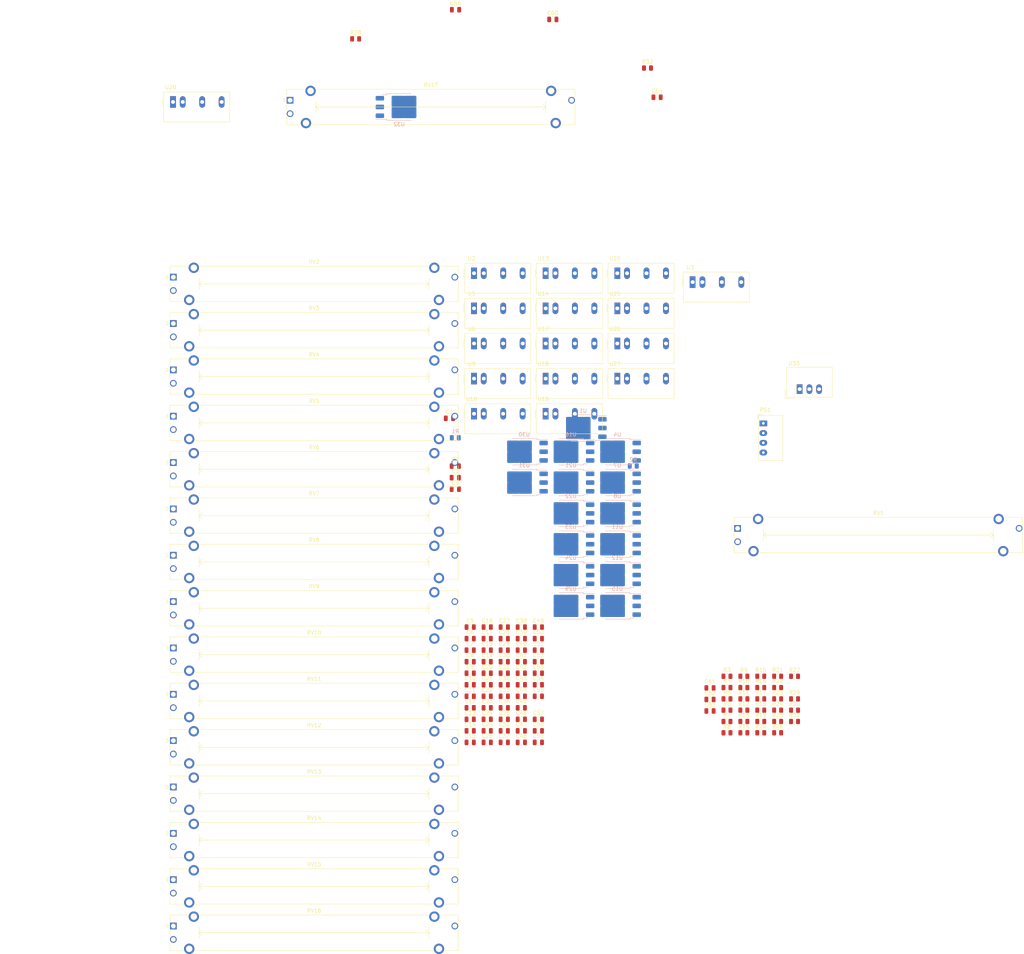
<source format=kicad_pcb>
(kicad_pcb (version 20221018) (generator pcbnew)
  (layers (0 "F.Cu" signal) (31 "B.Cu" signal) (34 "B.Paste" user) (35 "F.Paste" user) (36 "B.SilkS" user "B.Silkscreen") (37 "F.SilkS" user "F.Silkscreen") (38 "B.Mask" user) (39 "F.Mask" user) (44 "Edge.Cuts" user))
  (net 0 "")
  (net 1 "Net-(U1-VI)")
  (net 2 "Net-(U1-GND)")
  (net 3 "12V")
  (net 4 "GND")
  (net 5 "CT12")
  (net 6 "CT13")
  (net 7 "Net-(U2-+VOUT)")
  (net 8 "Net-(U4-GND)")
  (net 9 "CT14")
  (net 10 "Net-(U5-+VOUT)")
  (net 11 "CT15")
  (net 12 "Net-(U6-+VOUT)")
  (net 13 "Net-(U7-GND)")
  (net 14 "Net-(U8-GND)")
  (net 15 "CT16")
  (net 16 "Net-(U11-VI)")
  (net 17 "CT7")
  (net 18 "Net-(U10-+VOUT)")
  (net 19 "CT6")
  (net 20 "Net-(U11-GND)")
  (net 21 "Net-(U12-GND)")
  (net 22 "CT8")
  (net 23 "Net-(U13-+VOUT)")
  (net 24 "CT5")
  (net 25 "Net-(U14-+VOUT)")
  (net 26 "CT4")
  (net 27 "Net-(U15-GND)")
  (net 28 "Net-(U16-GND)")
  (net 29 "Net-(U17-+VOUT)")
  (net 30 "CT11")
  (net 31 "Net-(U18-+VOUT)")
  (net 32 "CT10")
  (net 33 "Net-(U19-+VOUT)")
  (net 34 "CT9")
  (net 35 "Net-(U20-+VOUT)")
  (net 36 "Net-(U21-GND)")
  (net 37 "Net-(U22-GND)")
  (net 38 "Net-(U23-GND)")
  (net 39 "Net-(U24-GND)")
  (net 40 "Net-(U25-+VOUT)")
  (net 41 "CT3")
  (net 42 "Net-(U26-+VOUT)")
  (net 43 "CT2")
  (net 44 "Net-(U27-+VOUT)")
  (net 45 "CT1")
  (net 46 "TERMN-")
  (net 47 "Net-(U28--VOUT)")
  (net 48 "Net-(U29-GND)")
  (net 49 "Net-(U30-GND)")
  (net 50 "Net-(U31-GND)")
  (net 51 "Net-(U32-GND)")
  (net 53 "TERMN")
  (footprint "Capacitor_SMD:C_0805_2012Metric" (layer "F.Cu") (at 94.32 117.345)
    (fp_text reference "C9" (at 0 -1.68) (layer "F.SilkS"))
    (fp_text value "C_0805")
    (pad "1" smd roundrect (at -0.95 0) (size 1 1.45) (layers "F.Cu" "F.Paste" "F.Mask") (net 3 "12V"))
    (pad "2" smd roundrect (at 0.95 0) (size 1 1.45) (layers "F.Cu" "F.Paste" "F.Mask") (net 4 "GND"))
  )
  (footprint "Capacitor_SMD:C_0805_2012Metric" (layer "F.Cu") (at 103.22 105.305)
    (fp_text reference "C27" (at 0 -1.68) (layer "F.SilkS"))
    (fp_text value "C_0805")
    (pad "1" smd roundrect (at -0.95 0) (size 1 1.45) (layers "F.Cu" "F.Paste" "F.Mask") (net 23 "Net-(U13-+VOUT)"))
    (pad "2" smd roundrect (at 0.95 0) (size 1 1.45) (layers "F.Cu" "F.Paste" "F.Mask") (net 24 "CT5"))
  )
  (footprint "Capacitor_SMD:C_0805_2012Metric" (layer "F.Cu") (at 103.22 126.375)
    (fp_text reference "C34" (at 0 -1.68) (layer "F.SilkS"))
    (fp_text value "C_0805")
    (pad "1" smd roundrect (at -0.95 0) (size 1 1.45) (layers "F.Cu" "F.Paste" "F.Mask") (net 3 "12V"))
    (pad "2" smd roundrect (at 0.95 0) (size 1 1.45) (layers "F.Cu" "F.Paste" "F.Mask") (net 4 "GND"))
  )
  (footprint "Resistor_SMD:R_0805_2012Metric" (layer "F.Cu") (at 165.77 124.05)
    (fp_text reference "R11" (at 0 -1.65) (layer "F.SilkS"))
    (fp_text value "R_0805")
    (pad "1" smd roundrect (at -0.9125 0) (size 1.025 1.4) (layers "F.Cu" "F.Paste" "F.Mask") (roundrect_rratio 0.243902) (net 22 "CT8"))
    (pad "2" smd roundrect (at 0.9125 0) (size 1.025 1.4) (layers "F.Cu" "F.Paste" "F.Mask") (roundrect_rratio 0.243902) (net 20 "Net-(U11-GND)"))
  )
  (footprint "Capacitor_SMD:C_0805_2012Metric" (layer "F.Cu") (at 107.67 111.325)
    (fp_text reference "C40" (at 0 -1.68) (layer "F.SilkS"))
    (fp_text value "C_0805")
    (pad "1" smd roundrect (at -0.95 0) (size 1 1.45) (layers "F.Cu" "F.Paste" "F.Mask") (net 35 "Net-(U20-+VOUT)"))
    (pad "2" smd roundrect (at 0.95 0) (size 1 1.45) (layers "F.Cu" "F.Paste" "F.Mask") (net 22 "CT8"))
  )
  (footprint "Capacitor_SMD:C_0805_2012Metric" (layer "F.Cu") (at 94.32 114.335)
    (fp_text reference "C8" (at 0 -1.68) (layer "F.SilkS"))
    (fp_text value "C_0805")
    (pad "1" smd roundrect (at -0.95 0) (size 1 1.45) (layers "F.Cu" "F.Paste" "F.Mask") (net 9 "CT14"))
    (pad "2" smd roundrect (at 0.95 0) (size 1 1.45) (layers "F.Cu" "F.Paste" "F.Mask") (net 6 "CT13"))
  )
  (footprint "Resistor_SMD:R_0805_2012Metric" (layer "F.Cu") (at 170.18 132.9)
    (fp_text reference "R20" (at 0 -1.65) (layer "F.SilkS"))
    (fp_text value "R_0805")
    (pad "1" smd roundrect (at -0.9125 0) (size 1.025 1.4) (layers "F.Cu" "F.Paste" "F.Mask") (roundrect_rratio 0.243902) (net 35 "Net-(U20-+VOUT)"))
    (pad "2" smd roundrect (at 0.9125 0) (size 1.025 1.4) (layers "F.Cu" "F.Paste" "F.Mask") (roundrect_rratio 0.243902) (net 22 "CT8"))
  )
  (footprint "Capacitor_SMD:C_0805_2012Metric" (layer "F.Cu") (at 90.435 66.29)
    (fp_text reference "C3" (at 0 -1.68) (layer "F.SilkS"))
    (fp_text value "C_0805")
    (pad "1" smd roundrect (at -0.95 0) (size 1 1.45) (layers "F.Cu" "F.Paste" "F.Mask") (net 6 "CT13"))
    (pad "2" smd roundrect (at 0.95 0) (size 1 1.45) (layers "F.Cu" "F.Paste" "F.Mask") (net 5 "CT12"))
  )
  (footprint "Capacitor_SMD:C_0805_2012Metric" (layer "F.Cu") (at 98.77 111.325)
    (fp_text reference "C18" (at 0 -1.68) (layer "F.SilkS"))
    (fp_text value "C_0805")
    (pad "1" smd roundrect (at -0.95 0) (size 1 1.45) (layers "F.Cu" "F.Paste" "F.Mask") (net 3 "12V"))
    (pad "2" smd roundrect (at 0.95 0) (size 1 1.45) (layers "F.Cu" "F.Paste" "F.Mask") (net 4 "GND"))
  )
  (footprint "Resistor_SMD:R_0805_2012Metric" (layer "F.Cu") (at 170.18 127)
    (fp_text reference "R18" (at 0 -1.65) (layer "F.SilkS"))
    (fp_text value "R_0805")
    (pad "1" smd roundrect (at -0.9125 0) (size 1.025 1.4) (layers "F.Cu" "F.Paste" "F.Mask") (roundrect_rratio 0.243902) (net 31 "Net-(U18-+VOUT)"))
    (pad "2" smd roundrect (at 0.9125 0) (size 1.025 1.4) (layers "F.Cu" "F.Paste" "F.Mask") (roundrect_rratio 0.243902) (net 32 "CT10"))
  )
  (footprint "Capacitor_SMD:C_0805_2012Metric" (layer "F.Cu") (at 103.22 111.325)
    (fp_text reference "C29" (at 0 -1.68) (layer "F.SilkS"))
    (fp_text value "C_0805")
    (pad "1" smd roundrect (at -0.95 0) (size 1 1.45) (layers "F.Cu" "F.Paste" "F.Mask") (net 27 "Net-(U15-GND)"))
    (pad "2" smd roundrect (at 0.95 0) (size 1 1.45) (layers "F.Cu" "F.Paste" "F.Mask") (net 24 "CT5"))
  )
  (footprint "Capacitor_SMD:C_0805_2012Metric" (layer "F.Cu") (at 107.67 132.395)
    (fp_text reference "C47" (at 0 -1.68) (layer "F.SilkS"))
    (fp_text value "C_0805")
    (pad "1" smd roundrect (at -0.95 0) (size 1 1.45) (layers "F.Cu" "F.Paste" "F.Mask") (net 32 "CT10"))
    (pad "2" smd roundrect (at 0.95 0) (size 1 1.45) (layers "F.Cu" "F.Paste" "F.Mask") (net 34 "CT9"))
  )
  (footprint "Resistor_SMD:R_0805_2012Metric" (layer "F.Cu") (at 174.59 127)
    (fp_text reference "R24" (at 0 -1.65) (layer "F.SilkS"))
    (fp_text value "R_0805")
    (pad "1" smd roundrect (at -0.9125 0) (size 1.025 1.4) (layers "F.Cu" "F.Paste" "F.Mask") (roundrect_rratio 0.243902) (net 34 "CT9"))
    (pad "2" smd roundrect (at 0.9125 0) (size 1.025 1.4) (layers "F.Cu" "F.Paste" "F.Mask") (roundrect_rratio 0.243902) (net 39 "Net-(U24-GND)"))
  )
  (footprint "Capacitor_SMD:C_0805_2012Metric" (layer "F.Cu") (at 107.67 117.345)
    (fp_text reference "C42" (at 0 -1.68) (layer "F.SilkS"))
    (fp_text value "C_0805")
    (pad "1" smd roundrect (at -0.95 0) (size 1 1.45) (layers "F.Cu" "F.Paste" "F.Mask") (net 37 "Net-(U22-GND)"))
    (pad "2" smd roundrect (at 0.95 0) (size 1 1.45) (layers "F.Cu" "F.Paste" "F.Mask") (net 32 "CT10"))
  )
  (footprint "Capacitor_SMD:C_0805_2012Metric" (layer "F.Cu") (at 88.9 50.8)
    (fp_text reference "C1" (at 0 -1.68) (layer "F.SilkS"))
    (fp_text value "C_0805")
    (pad "1" smd roundrect (at -0.95 0) (size 1 1.45) (layers "F.Cu" "F.Paste" "F.Mask") (net 1 "Net-(U1-VI)"))
    (pad "2" smd roundrect (at 0.95 0) (size 1 1.45) (layers "F.Cu" "F.Paste" "F.Mask") (net 5 "CT12"))
  )
  (footprint "Capacitor_SMD:C_0805_2012Metric" (layer "F.Cu") (at 107.67 126.375)
    (fp_text reference "C45" (at 0 -1.68) (layer "F.SilkS"))
    (fp_text value "C_0805")
    (pad "1" smd roundrect (at -0.95 0) (size 1 1.45) (layers "F.Cu" "F.Paste" "F.Mask") (net 5 "CT12"))
    (pad "2" smd roundrect (at 0.95 0) (size 1 1.45) (layers "F.Cu" "F.Paste" "F.Mask") (net 30 "CT11"))
  )
  (footprint "Converter_DCDC:Converter_DCDC_TRACO_TMR-1-xxxx_Single_THT" (layer "F.Cu") (at 132.735 12.925)
    (fp_text reference "U20" (at -0.63 -3.83) (layer "F.SilkS"))
    (fp_text value "TMR_1-0513")
    (pad "1" thru_hole rect (at 0 0) (size 1.5 3) (drill 1) (layers "*.Cu" "*.Mask") (net 4 "GND"))
    (pad "2" thru_hole oval (at 2.54 0) (size 1.5 3) (drill 1) (layers "*.Cu" "*.Mask") (net 3 "12V"))
    (pad "4" thru_hole oval (at 7.62 0) (size 1.5 3) (drill 1) (layers "*.Cu" "*.Mask") (net 35 "Net-(U20-+VOUT)"))
    (pad "6" thru_hole oval (at 12.7 0) (size 1.5 3) (drill 1) (layers "*.Cu" "*.Mask") (net 22 "CT8"))
  )
  (footprint "PCM_Potentiometer_THT_AKL:Potentiometer_Bourns_PTA6043_Single_Slide" (layer "F.Cu") (at 16.82 122.85)
    (fp_text reference "RV11" (at 36.75 -4) (layer "F.SilkS"))
    (fp_text value "R_Potentiometer" hide)
    (pad "1" thru_hole rect (at 0 0) (size 1.75 1.75) (drill 1.2) (layers "*.Cu" "*.Mask") (net 38 "Net-(U23-GND)"))
    (pad "2" thru_hole circle (at 0 3.5) (size 1.75 1.75) (drill 1.2) (layers "*.Cu" "*.Mask") (net 34 "CT9"))
    (pad "3" thru_hole circle (at 73.5 0) (size 1.75 1.75) (drill 1.2) (layers "*.Cu" "*.Mask") (net 34 "CT9"))
    (pad "MP" thru_hole circle (at 4.15 5.95) (size 2.7 2.7) (drill 1.7) (layers "*.Cu" "*.Mask"))
    (pad "MP" thru_hole circle (at 5.35 -2.45) (size 2.7 2.7) (drill 1.7) (layers "*.Cu" "*.Mask"))
    (pad "MP" thru_hole circle (at 68.15 -2.45) (size 2.7 2.7) (drill 1.7) (layers "*.Cu" "*.Mask"))
    (pad "MP" thru_hole circle (at 69.35 5.95) (size 2.7 2.7) (drill 1.7) (layers "*.Cu" "*.Mask"))
  )
  (footprint "Capacitor_SMD:C_0805_2012Metric" (layer "F.Cu") (at 107.67 129.385)
    (fp_text reference "C46" (at 0 -1.68) (layer "F.SilkS"))
    (fp_text value "C_0805")
    (pad "1" smd roundrect (at -0.95 0) (size 1 1.45) (layers "F.Cu" "F.Paste" "F.Mask") (net 30 "CT11"))
    (pad "2" smd roundrect (at 0.95 0) (size 1 1.45) (layers "F.Cu" "F.Paste" "F.Mask") (net 32 "CT10"))
  )
  (footprint "Capacitor_SMD:C_0805_2012Metric" (layer "F.Cu") (at 103.22 120.355)
    (fp_text reference "C32" (at 0 -1.68) (layer "F.SilkS"))
    (fp_text value "C_0805")
    (pad "1" smd roundrect (at -0.95 0) (size 1 1.45) (layers "F.Cu" "F.Paste" "F.Mask") (net 24 "CT5"))
    (pad "2" smd roundrect (at 0.95 0) (size 1 1.45) (layers "F.Cu" "F.Paste" "F.Mask") (net 26 "CT4"))
  )
  (footprint "Resistor_SMD:R_0805_2012Metric" (layer "F.Cu") (at 165.77 118.15)
    (fp_text reference "R9" (at 0 -1.65) (layer "F.SilkS"))
    (fp_text value "R_0805")
    (pad "1" smd roundrect (at -0.9125 0) (size 1.025 1.4) (layers "F.Cu" "F.Paste" "F.Mask") (roundrect_rratio 0.243902) (net 16 "Net-(U11-VI)"))
    (pad "2" smd roundrect (at 0.9125 0) (size 1.025 1.4) (layers "F.Cu" "F.Paste" "F.Mask") (roundrect_rratio 0.243902) (net 17 "CT7"))
  )
  (footprint "PCM_Potentiometer_THT_AKL:Potentiometer_Bourns_PTA6043_Single_Slide" (layer "F.Cu") (at 16.82 134.95)
    (fp_text reference "RV12" (at 36.75 -4) (layer "F.SilkS"))
    (fp_text value "R_Potentiometer" hide)
    (pad "1" thru_hole rect (at 0 0) (size 1.75 1.75) (drill 1.2) (layers "*.Cu" "*.Mask") (net 39 "Net-(U24-GND)"))
    (pad "2" thru_hole circle (at 0 3.5) (size 1.75 1.75) (drill 1.2) (layers "*.Cu" "*.Mask") (net 22 "CT8"))
    (pad "3" thru_hole circle (at 73.5 0) (size 1.75 1.75) (drill 1.2) (layers "*.Cu" "*.Mask") (net 22 "CT8"))
    (pad "MP" thru_hole circle (at 4.15 5.95) (size 2.7 2.7) (drill 1.7) (layers "*.Cu" "*.Mask"))
    (pad "MP" thru_hole circle (at 5.35 -2.45) (size 2.7 2.7) (drill 1.7) (layers "*.Cu" "*.Mask"))
    (pad "MP" thru_hole circle (at 68.15 -2.45) (size 2.7 2.7) (drill 1.7) (layers "*.Cu" "*.Mask"))
    (pad "MP" thru_hole circle (at 69.35 5.95) (size 2.7 2.7) (drill 1.7) (layers "*.Cu" "*.Mask"))
  )
  (footprint "Capacitor_SMD:C_0805_2012Metric" (layer "F.Cu") (at 98.77 117.345)
    (fp_text reference "C20" (at 0 -1.68) (layer "F.SilkS"))
    (fp_text value "C_0805")
    (pad "1" smd roundrect (at -0.95 0) (size 1 1.45) (layers "F.Cu" "F.Paste" "F.Mask") (net 18 "Net-(U10-+VOUT)"))
    (pad "2" smd roundrect (at 0.95 0) (size 1 1.45) (layers "F.Cu" "F.Paste" "F.Mask") (net 19 "CT6"))
  )
  (footprint "Capacitor_SMD:C_0805_2012Metric" (layer "F.Cu") (at 107.67 108.315)
    (fp_text reference "C39" (at 0 -1.68) (layer "F.SilkS"))
    (fp_text value "C_0805")
    (pad "1" smd roundrect (at -0.95 0) (size 1 1.45) (layers "F.Cu" "F.Paste" "F.Mask") (net 33 "Net-(U19-+VOUT)"))
    (pad "2" smd roundrect (at 0.95 0) (size 1 1.45) (layers "F.Cu" "F.Paste" "F.Mask") (net 34 "CT9"))
  )
  (footprint "Converter_DCDC:Converter_DCDC_TRACO_TMR-1-xxxx_Single_THT" (layer "F.Cu") (at 114.03 49.605)
    (fp_text reference "U19" (at -0.63 -3.83) (layer "F.SilkS"))
    (fp_text value "TMR_1-0513")
    (pad "1" thru_hole rect (at 0 0) (size 1.5 3) (drill 1) (layers "*.Cu" "*.Mask") (net 4 "GND"))
    (pad "2" thru_hole oval (at 2.54 0) (size 1.5 3) (drill 1) (layers "*.Cu" "*.Mask") (net 3 "12V"))
    (pad "4" thru_hole oval (at 7.62 0) (size 1.5 3) (drill 1) (layers "*.Cu" "*.Mask") (net 33 "Net-(U19-+VOUT)"))
    (pad "6" thru_hole oval (at 12.7 0) (size 1.5 3) (drill 1) (layers "*.Cu" "*.Mask") (net 34 "CT9"))
  )
  (footprint "Capacitor_SMD:C_0805_2012Metric" (layer "F.Cu") (at 98.77 129.385)
    (fp_text reference "C24" (at 0 -1.68) (layer "F.SilkS"))
    (fp_text value "C_0805")
    (pad "1" smd roundrect (at -0.95 0) (size 1 1.45) (layers "F.Cu" "F.Paste" "F.Mask") (net 17 "CT7"))
    (pad "2" smd roundrect (at 0.95 0) (size 1 1.45) (layers "F.Cu" "F.Paste" "F.Mask") (net 19 "CT6"))
  )
  (footprint "Capacitor_SMD:C_0805_2012Metric" (layer "F.Cu") (at 112.12 111.325)
    (fp_text reference "C51" (at 0 -1.68) (layer "F.SilkS"))
    (fp_text value "C_0805")
    (pad "1" smd roundrect (at -0.95 0) (size 1 1.45) (layers "F.Cu" "F.Paste" "F.Mask") (net 3 "12V"))
    (pad "2" smd roundrect (at 0.95 0) (size 1 1.45) (layers "F.Cu" "F.Paste" "F.Mask") (net 4 "GND"))
  )
  (footprint "Capacitor_SMD:C_0805_2012Metric" (layer "F.Cu") (at 98.77 114.335)
    (fp_text reference "C19" (at 0 -1.68) (layer "F.SilkS"))
    (fp_text value "C_0805")
    (pad "1" smd roundrect (at -0.95 0) (size 1 1.45) (layers "F.Cu" "F.Paste" "F.Mask") (net 16 "Net-(U11-VI)"))
    (pad "2" smd roundrect (at 0.95 0) (size 1 1.45) (layers "F.Cu" "F.Paste" "F.Mask") (net 17 "CT7"))
  )
  (footprint "Capacitor_SMD:C_0805_2012Metric" (layer "F.Cu") (at 98.77 120.355)
    (fp_text reference "C21" (at 0 -1.68) (layer "F.SilkS"))
    (fp_text value "C_0805")
    (pad "1" smd roundrect (at -0.95 0) (size 1 1.45) (layers "F.Cu" "F.Paste" "F.Mask") (net 20 "Net-(U11-GND)"))
    (pad "2" smd roundrect (at 0.95 0) (size 1 1.45) (layers "F.Cu" "F.Paste" "F.Mask") (net 17 "CT7"))
  )
  (footprint "Converter_DCDC:Converter_DCDC_TRACO_TMR-1-xxxx_Single_THT" (layer "F.Cu") (at 132.735 31.265)
    (fp_text reference "U26" (at -0.63 -3.83) (layer "F.SilkS"))
    (fp_text value "TMR_1-0513")
    (pad "1" thru_hole rect (at 0 0) (size 1.5 3) (drill 1) (layers "*.Cu" "*.Mask") (net 4 "GND"))
    (pad "2" thru_hole oval (at 2.54 0) (size 1.5 3) (drill 1) (layers "*.Cu" "*.Mask") (net 3 "12V"))
    (pad "4" thru_hole oval (at 7.62 0) (size 1.5 3) (drill 1) (layers "*.Cu" "*.Mask") (net 42 "Net-(U26-+VOUT)"))
    (pad "6" thru_hole oval (at 12.7 0) (size 1.5 3) (drill 1) (layers "*.Cu" "*.Mask") (net 43 "CT2"))
  )
  (footprint "PCM_Potentiometer_THT_AKL:Potentiometer_Bourns_PTA6043_Single_Slide" (layer "F.Cu") (at 16.82 147.05)
    (fp_text reference "RV13" (at 36.75 -4) (layer "F.SilkS"))
    (fp_text value "R_Potentiometer" hide)
    (pad "1" thru_hole rect (at 0 0) (size 1.75 1.75) (drill 1.2) (layers "*.Cu" "*.Mask") (net 48 "Net-(U29-GND)"))
    (pad "2" thru_hole circle (at 0 3.5) (size 1.75 1.75) (drill 1.2) (layers "*.Cu" "*.Mask") (net 41 "CT3"))
    (pad "3" thru_hole circle (at 73.5 0) (size 1.75 1.75) (drill 1.2) (layers "*.Cu" "*.Mask") (net 41 "CT3"))
    (pad "MP" thru_hole circle (at 4.15 5.95) (size 2.7 2.7) (drill 1.7) (layers "*.Cu" "*.Mask"))
    (pad "MP" thru_hole circle (at 5.35 -2.45) (size 2.7 2.7) (drill 1.7) (layers "*.Cu" "*.Mask"))
    (pad "MP" thru_hole circle (at 68.15 -2.45) (size 2.7 2.7) (drill 1.7) (layers "*.Cu" "*.Mask"))
    (pad "MP" thru_hole circle (at 69.35 5.95) (size 2.7 2.7) (drill 1.7) (layers "*.Cu" "*.Mask"))
  )
  (footprint "Capacitor_SMD:C_0805_2012Metric" (layer "F.Cu") (at 98.77 108.315)
    (fp_text reference "C17" (at 0 -1.68) (layer "F.SilkS"))
    (fp_text value "C_0805")
    (pad "1" smd roundrect (at -0.95 0) (size 1 1.45) (layers "F.Cu" "F.Paste" "F.Mask") (net 3 "12V"))
    (pad "2" smd roundrect (at 0.95 0) (size 1 1.45) (layers "F.Cu" "F.Paste" "F.Mask") (net 4 "GND"))
  )
  (footprint "Converter_DCDC:Converter_DCDC_TRACO_TMR-1-xxxx_Single_THT" (layer "F.Cu") (at 95.325 31.265)
    (fp_text reference "U6" (at -0.63 -3.83) (layer "F.SilkS"))
    (fp_text value "TMR_1-0513")
    (pad "1" thru_hole rect (at 0 0) (size 1.5 3) (drill 1) (layers "*.Cu" "*.Mask") (net 4 "GND"))
    (pad "2" thru_hole oval (at 2.54 0) (size 1.5 3) (drill 1) (layers "*.Cu" "*.Mask") (net 3 "12V"))
    (pad "4" thru_hole oval (at 7.62 0) (size 1.5 3) (drill 1) (layers "*.Cu" "*.Mask") (net 12 "Net-(U6-+VOUT)"))
    (pad "6" thru_hole oval (at 12.7 0) (size 1.5 3) (drill 1) (layers "*.Cu" "*.Mask") (net 9 "CT14"))
  )
  (footprint "Capacitor_SMD:C_0805_2012Metric" (layer "F.Cu") (at 107.67 123.365)
    (fp_text reference "C44" (at 0 -1.68) (layer "F.SilkS"))
    (fp_text value "C_0805")
    (pad "1" smd roundrect (at -0.95 0) (size 1 1.45) (layers "F.Cu" "F.Paste" "F.Mask") (net 39 "Net-(U24-GND)"))
    (pad "2" smd roundrect (at 0.95 0) (size 1 1.45) (layers "F.Cu" "F.Paste" "F.Mask") (net 22 "CT8"))
  )
  (footprint "PCM_Potentiometer_THT_AKL:Potentiometer_Bourns_PTA6043_Single_Slide" (layer "F.Cu") (at 16.82 159.15)
    (fp_text reference "RV14" (at 36.75 -4) (layer "F.SilkS"))
    (fp_text value "R_Potentiometer" hide)
    (pad "1" thru_hole rect (at 0 0) (size 1.75 1.75) (drill 1.2) (layers "*.Cu" "*.Mask") (net 49 "Net-(U30-GND)"))
    (pad "2" thru_hole circle (at 0 3.5) (size 1.75 1.75) (drill 1.2) (layers "*.Cu" "*.Mask") (net 43 "CT2"))
    (pad "3" thru_hole circle (at 73.5 0) (size 1.75 1.75) (drill 1.2) (layers "*.Cu" "*.Mask") (net 43 "CT2"))
    (pad "MP" thru_hole circle (at 4.15 5.95) (size 2.7 2.7) (drill 1.7) (layers "*.Cu" "*.Mask"))
    (pad "MP" thru_hole circle (at 5.35 -2.45) (size 2.7 2.7) (drill 1.7) (layers "*.Cu" "*.Mask"))
    (pad "MP" thru_hole circle (at 68.15 -2.45) (size 2.7 2.7) (drill 1.7) (layers "*.Cu" "*.Mask"))
    (pad "MP" thru_hole circle (at 69.35 5.95) (size 2.7 2.7) (drill 1.7) (layers "*.Cu" "*.Mask"))
  )
  (footprint "Converter_DCDC:Converter_DCDC_TRACO_TMR-1-xxxx_Single_THT" (layer "F.Cu") (at 95.325 49.605)
    (fp_text reference "U10" (at -0.63 -3.83) (layer "F.SilkS"))
    (fp_text value "TMR_1-0513")
    (pad "1" thru_hole rect (at 0 0) (size 1.5 3) (drill 1) (layers "*.Cu" "*.Mask") (net 4 "GND"))
    (pad "2" thru_hole oval (at 2.54 0) (size 1.5 3) (drill 1) (layers "*.Cu" "*.Mask") (net 3 "12V"))
    (pad "4" thru_hole oval (at 7.62 0) (size 1.5 3) (drill 1) (layers "*.Cu" "*.Mask") (net 18 "Net-(U10-+VOUT)"))
    (pad "6" thru_hole oval (at 12.7 0) (size 1.5 3) (drill 1) (layers "*.Cu" "*.Mask") (net 19 "CT6"))
  )
  (footprint "Capacitor_SMD:C_0805_2012Metric" (layer "F.Cu") (at 112.12 132.395)
    (fp_text reference "C58" (at 0 -1.68) (layer "F.SilkS"))
    (fp_text value "C_0805")
    (pad "1" smd roundrect (at -0.95 0) (size 1 1.45) (layers "F.Cu" "F.Paste" "F.Mask") (net 49 "Net-(U30-GND)"))
    (pad "2" smd roundrect (at 0.95 0) (size 1 1.45) (layers "F.Cu" "F.Paste" "F.Mask") (net 43 "CT2"))
  )
  (footprint "Capacitor_SMD:C_0805_2012Metric" (layer "F.Cu") (at 107.67 105.305)
    (fp_text reference "C38" (at 0 -1.68) (layer "F.SilkS"))
    (fp_text value "C_0805")
    (pad "1" smd roundrect (at -0.95 0) (size 1 1.45) (layers "F.Cu" "F.Paste" "F.Mask") (net 31 "Net-(U18-+VOUT)"))
    (pad "2" smd roundrect (at 0.95 0) (size 1 1.45) (layers "F.Cu" "F.Paste" "F.Mask") (net 32 "CT10"))
  )
  (footprint "Capacitor_SMD:C_0805_2012Metric" (layer "F.Cu") (at 112.12 135.405)
    (fp_text reference "C59" (at 0 -1.68) (layer "F.SilkS"))
    (fp_text value "C_0805")
    (pad "1" smd roundrect (at -0.95 0) (size 1 1.45) (layers "F.Cu" "F.Paste" "F.Mask") (net 50 "Net-(U31-GND)"))
    (pad "2" smd roundrect (at 0.95 0) (size 1 1.45) (layers "F.Cu" "F.Paste" "F.Mask") (net 45 "CT1"))
  )
  (footprint "Capacitor_SMD:C_0805_2012Metric" (layer "F.Cu") (at 112.12 108.315)
    (fp_text reference "C50" (at 0 -1.68) (layer "F.SilkS"))
    (fp_text value "C_0805")
    (pad "1" smd roundrect (at -0.95 0) (size 1 1.45) (layers "F.Cu" "F.Paste" "F.Mask") (net 3 "12V"))
    (pad "2" smd roundrect (at 0.95 0) (size 1 1.45) (layers "F.Cu" "F.Paste" "F.Mask") (net 4 "GND"))
  )
  (footprint "PCM_Potentiometer_THT_AKL:Potentiometer_Bourns_PTA6043_Single_Slide" (layer "F.Cu") (at 16.82 38.15)
    (fp_text reference "RV4" (at 36.75 -4) (layer "F.SilkS"))
    (fp_text value "R_Potentiometer" hide)
    (pad "1" thru_hole rect (at 0 0) (size 1.75 1.75) (drill 1.2) (layers "*.Cu" "*.Mask") (net 14 "Net-(U8-GND)"))
    (pad "2" thru_hole circle (at 0 3.5) (size 1.75 1.75) (drill 1.2) (layers "*.Cu" "*.Mask") (net 9 "CT14"))
    (pad "3" thru_hole circle (at 73.5 0) (size 1.75 1.75) (drill 1.2) (layers "*.Cu" "*.Mask") (net 9 "CT14"))
    (pad "MP" thru_hole circle (at 4.15 5.95) (size 2.7 2.7) (drill 1.7) (layers "*.Cu" "*.Mask"))
    (pad "MP" thru_hole circle (at 5.35 -2.45) (size 2.7 2.7) (drill 1.7) (layers "*.Cu" "*.Mask"))
    (pad "MP" thru_hole circle (at 68.15 -2.45) (size 2.7 2.7) (drill 1.7) (layers "*.Cu" "*.Mask"))
    (pad "MP" thru_hole circle (at 69.35 5.95) (size 2.7 2.7) (drill 1.7) (layers "*.Cu" "*.Mask"))
  )
  (footprint "PCM_Potentiometer_THT_AKL:Potentiometer_Bourns_PTA6043_Single_Slide" (layer "F.Cu") (at 16.82 183.35)
    (fp_text reference "RV16" (at 36.75 -4) (layer "F.SilkS"))
    (fp_text value "R_Potentiometer" hide)
    (pad "1" thru_hole rect (at 0 0) (size 1.75 1.75) (drill 1.2) (layers "*.Cu" "*.Mask") (net 51 "Net-(U32-GND)"))
    (pad "2" thru_hole circle (at 0 3.5) (size 1.75 1.75) (drill 1.2) (layers "*.Cu" "*.Mask") (net 47 "Net-(U28--VOUT)"))
    (pad "3" thru_hole circle (at 73.5 0) (size 1.75 1.75) (drill 1.2) (layers "*.Cu" "*.Mask") (net 47 "Net-(U28--VOUT)"))
    (pad "MP" thru_hole circle (at 4.15 5.95) (size 2.7 2.7) (drill 1.7) (layers "*.Cu" "*.Mask"))
    (pad "MP" thru_hole circle (at 5.35 -2.45) (size 2.7 2.7) (drill 1.7) (layers "*.Cu" "*.Mask"))
    (pad "MP" thru_hole circle (at 68.15 -2.45) (size 2.7 2.7) (drill 1.7) (layers "*.Cu" "*.Mask"))
    (pad "MP" thru_hole circle (at 69.35 5.95) (size 2.7 2.7) (drill 1.7) (layers "*.Cu" "*.Mask"))
  )
  (footprint "Capacitor_SMD:C_0805_2012Metric" (layer "F.Cu") (at 94.32 123.365)
    (fp_text reference "C11" (at 0 -1.68) (layer "F.SilkS"))
    (fp_text value "C_0805")
    (pad "1" smd roundrect (at -0.95 0) (size 1 1.45) (layers "F.Cu" "F.Paste" "F.Mask") (net 10 "Net-(U5-+VOUT)"))
    (pad "2" smd roundrect (at 0.95 0) (size 1 1.45) (layers "F.Cu" "F.Paste" "F.Mask") (net 11 "CT15"))
  )
  (footprint "Converter_DCDC:Converter_DCDC_Murata_CRE1xxxxxxSC_THT" (layer "F.Cu") (at 170.8525 52.1175)
    (fp_text reference "PS1" (at 0.5 -3.5 180) (layer "F.SilkS"))
    (fp_text value "ITX4805SA")
    (pad "1" thru_hole rect (at 0 0 270) (size 1.5 2) (drill 0.7) (layers "*.Cu" "*.Mask"))
    (pad "2" thru_hole oval (at 0 2.54 270) (size 1.5 2) (drill 0.7) (layers "*.Cu" "*.Mask"))
    (pad "3" thru_hole oval (at 0 5.08 270) (size 1.5 2) (drill 0.7) (layers "*.Cu" "*.Mask"))
    (pad "4" thru_hole oval (at 0 7.62 270) (size 1.5 2) (drill 0.7) (layers "*.Cu" "*.Mask"))
  )
  (footprint "Capacitor_SMD:C_0805_2012Metric" (layer "F.Cu") (at 103.22 117.345)
    (fp_text reference "C31" (at 0 -1.68) (layer "F.SilkS"))
    (fp_text value "C_0805")
    (pad "1" smd roundrect (at -0.95 0) (size 1 1.45) (layers "F.Cu" "F.Paste" "F.Mask") (net 19 "CT6"))
    (pad "2" smd roundrect (at 0.95 0) (size 1 1.45) (layers "F.Cu" "F.Paste" "F.Mask") (net 24 "CT5"))
  )
  (footprint "Capacitor_SMD:C_0805_2012Metric" (layer "F.Cu") (at 112.12 129.385)
    (fp_text reference "C57" (at 0 -1.68) (layer "F.SilkS"))
    (fp_text value "C_0805")
    (pad "1" smd roundrect (at -0.95 0) (size 1 1.45) (layers "F.Cu" "F.Paste" "F.Mask") (net 48 "Net-(U29-GND)"))
    (pad "2" smd roundrect (at 0.95 0) (size 1 1.45) (layers "F.Cu" "F.Paste" "F.Mask") (net 41 "CT3"))
  )
  (footprint "Resistor_SMD:R_0805_2012Metric" (layer "F.Cu") (at 174.59 124.05)
    (fp_text reference "R23" (at 0 -1.65) (layer "F.SilkS"))
    (fp_text value "R_0805")
    (pad "1" smd roundrect (at -0.9125 0) (size 1.025 1.4) (layers "F.Cu" "F.Paste" "F.Mask") (roundrect_rratio 0.243902) (net 32 "CT10"))
    (pad "2" smd roundrect (at 0.9125 0) (size 1.025 1.4) (layers "F.Cu" "F.Paste" "F.Mask") (roundrect_rratio 0.243902) (net 38 "Net-(U23-GND)"))
  )
  (footprint "Resistor_SMD:R_0805_2012Metric" (layer "F.Cu") (at 165.77 132.9)
    (fp_text reference "R14" (at 0 -1.65) (layer "F.SilkS"))
    (fp_text value "R_0805")
    (pad "1" smd roundrect (at -0.9125 0) (size 1.025 1.4) (layers "F.Cu" "F.Paste" "F.Mask") (roundrect_rratio 0.243902) (net 25 "Net-(U14-+VOUT)"))
    (pad "2" smd roundrect (at 0.9125 0) (size 1.025 1.4) (layers "F.Cu" "F.Paste" "F.Mask") (roundrect_rratio 0.243902) (net 26 "CT4"))
  )
  (footprint "Resistor_SMD:R_0805_2012Metric" (layer "F.Cu") (at 161.36 121.1)
    (fp_text reference "R4" (at 0 -1.65) (layer "F.SilkS"))
    (fp_text value "R_0805")
    (pad "1" smd roundrect (at -0.9125 0) (size 1.025 1.4) (layers "F.Cu" "F.Paste" "F.Mask") (roundrect_rratio 0.243902) (net 9 "CT14"))
    (pad "2" smd roundrect (at 0.9125 0) (size 1.025 1.4) (layers "F.Cu" "F.Paste" "F.Mask") (roundrect_rratio 0.243902) (net 8 "Net-(U4-GND)"))
  )
  (footprint "Resistor_SMD:R_0805_2012Metric" (layer "F.Cu") (at 64.4125 -48.26)
    (fp_text reference "R28" (at 0 -1.65) (layer "F.SilkS"))
    (fp_text value "R_0805")
    (pad "1" smd roundrect (at -0.9125 0) (size 1.025 1.4) (layers "F.Cu" "F.Paste" "F.Mask") (roundrect_rratio 0.243902) (net 46 "TERMN-"))
    (pad "2" smd roundrect (at 0.9125 0) (size 1.025 1.4) (layers "F.Cu" "F.Paste" "F.Mask") (roundrect_rratio 0.243902) (net 53 "TERMN"))
  )
  (footprint "Resistor_SMD:R_0805_2012Metric" (layer "F.Cu") (at 179 129.95)
    (fp_text reference "R31" (at 0 -1.65) (layer "F.SilkS"))
    (fp_text value "R_0805")
    (pad "1" smd roundrect (at -0.9125 0) (size 1.025 1.4) (layers "F.Cu" "F.Paste" "F.Mask") (roundrect_rratio 0.243902) (net 43 "CT2"))
    (pad "2" smd roundrect (at 0.9125 0) (size 1.025 1.4) (layers "F.Cu" "F.Paste" "F.Mask") (roundrect_rratio 0.243902) (net 50 "Net-(U31-GND)"))
  )
  (footprint "Resistor_SMD:R_0805_2012Metric" (layer "F.Cu") (at 161.36 127)
    (fp_text reference "R6" (at 0 -1.65) (layer "F.SilkS"))
    (fp_text value "R_0805")
    (pad "1" smd roundrect (at -0.9125 0) (size 1.025 1.4) (layers "F.Cu" "F.Paste" "F.Mask") (roundrect_rratio 0.243902) (net 12 "Net-(U6-+VOUT)"))
    (pad "2" smd roundrect (at 0.9125 0) (size 1.025 1.4) (layers "F.Cu" "F.Paste" "F.Mask") (roundrect_rratio 0.243902) (net 9 "CT14"))
  )
  (footprint "Capacitor_SMD:C_0805_2012Metric" (layer "F.Cu") (at 103.22 114.335)
    (fp_text reference "C30" (at 0 -1.68) (layer "F.SilkS"))
    (fp_text value "C_0805")
    (pad "1" smd roundrect (at -0.95 0) (size 1 1.45) (layers "F.Cu" "F.Paste" "F.Mask") (net 28 "Net-(U16-GND)"))
    (pad "2" smd roundrect (at 0.95 0) (size 1 1.45) (layers "F.Cu" "F.Paste" "F.Mask") (net 26 "CT4"))
  )
  (footprint "Capacitor_SMD:C_0805_2012Metric" (layer "F.Cu") (at 98.77 105.305)
    (fp_text reference "C16" (at 0 -1.68) (layer "F.SilkS"))
    (fp_text value "C_0805")
    (pad "1" smd roundrect (at -0.95 0) (size 1 1.45) (layers "F.Cu" "F.Paste" "F.Mask") (net 11 "CT15"))
    (pad "2" smd roundrect (at 0.95 0) (size 1 1.45) (layers "F.Cu" "F.Paste" "F.Mask") (net 9 "CT14"))
  )
  (footprint "Resistor_SMD:R_0805_2012Metric" (layer "F.Cu") (at 179 127)
    (fp_text reference "R30" (at 0 -1.65) (layer "F.SilkS"))
    (fp_text value "R_0805")
    (pad "1" smd roundrect (at -0.9125 0) (size 1.025 1.4) (layers "F.Cu" "F.Paste" "F.Mask") (roundrect_rratio 0.243902) (net 41 "CT3"))
    (pad "2" smd roundrect (at 0.9125 0) (size 1.025 1.4) (layers "F.Cu" "F.Paste" "F.Mask") (roundrect_rratio 0.243902) (net 49 "Net-(U30-GND)"))
  )
  (footprint "Capacitor_SMD:C_0805_2012Metric" (layer "F.Cu") (at 94.32 111.325)
    (fp_text reference "C7" (at 0 -1.68) (layer "F.SilkS"))
    (fp_text value "C_0805")
    (pad "1" smd roundrect (at -0.95 0) (size 1 1.45) (layers "F.Cu" "F.Paste" "F.Mask") (net 8 "Net-(U4-GND)"))
    (pad "2" smd roundrect (at 0.95 0) (size 1 1.45) (layers "F.Cu" "F.Paste" "F.Mask") (net 6 "CT13"))
  )
  (footprint "Capacitor_SMD:C_0805_2012Metric" (layer "F.Cu") (at 103.22 135.405)
    (fp_text reference "C37" (at 0 -1.68) (layer "F.SilkS"))
    (fp_text value "C_0805")
    (pad "1" smd roundrect (at -0.95 0) (size 1 1.45) (layers "F.Cu" "F.Paste" "F.Mask") (net 29 "Net-(U17-+VOUT)"))
    (pad "2" smd roundrect (at 0.95 0) (size 1 1.45) (layers "F.Cu" "F.Paste" "F.Mask") (net 30 "CT11"))
  )
  (footprint "Capacitor_SMD:C_0805_2012Metric" (layer "F.Cu") (at 90.435 63.28)
    (fp_text reference "C2" (at 0 -1.68) (layer "F.SilkS"))
    (fp_text value "C_0805")
    (pad "1" smd roundrect (at -0.95 0) (size 1 1.45) (layers "F.Cu" "F.Paste" "F.Mask") (net 2 "Net-(U1-GND)"))
    (pad "2" smd roundrect (at 0.95 0) (size 1 1.45) (layers "F.Cu" "F.Paste" "F.Mask") (net 5 "CT12"))
  )
  (footprint "Capacitor_SMD:C_0805_2012Metric" (layer "F.Cu") (at 103.22 132.395)
    (fp_text reference "C36" (at 0 -1.68) (layer "F.SilkS"))
    (fp_text value "C_0805")
    (pad "1" smd roundrect (at -0.95 0) (size 1 1.45) (layers "F.Cu" "F.Paste" "F.Mask") (net 3 "12V"))
    (pad "2" smd roundrect (at 0.95 0) (size 1 1.45) (layers "F.Cu" "F.Paste" "F.Mask") (net 4 "GND"))
  )
  (footprint "PCM_Potentiometer_THT_AKL:Potentiometer_Bourns_PTA6043_Single_Slide" (layer "F.Cu") (at 47.3 -32.23)
    (fp_text reference "RV17" (at 36.75 -4) (layer "F.SilkS"))
    (fp_text value "R_Potentiometer_MountingPin" hide)
    (pad "1" thru_hole rect (at 0 0) (size 1.75 1.75) (drill 1.2) (layers "*.Cu" "*.Mask") (net 51 "Net-(U32-GND)"))
    (pad "2" thru_hole circle (at 0 3.5) (size 1.75 1.75) (drill 1.2) (layers "*.Cu" "*.Mask") (net 53 "TERMN"))
    (pad "3" thru_hole circle (at 73.5 0) (size 1.75 1.75) (drill 1.2) (layers "*.Cu" "*.Mask") (net 53 "TERMN"))
    (pad "MP" thru_hole circle (at 4.15 5.95) (size 2.7 2.7) (drill 1.7) (layers "*.Cu" "*.Mask"))
    (pad "MP" thru_hole circle (at 5.35 -2.45) (size 2.7 2.7) (drill 1.7) (layers "*.Cu" "*.Mask"))
    (pad "MP" thru_hole circle (at 68.15 -2.45) (size 2.7 2.7) (drill 1.7) (layers "*.Cu" "*.Mask"))
    (pad "MP" thru_hole circle (at 69.35 5.95) (size 2.7 2.7) (drill 1.7) (layers "*.Cu" "*.Mask"))
  )
  (footprint "PCM_Potentiometer_THT_AKL:Potentiometer_Bourns_PTA6043_Single_Slide" (layer "F.Cu") (at 16.82 62.35)
    (fp_text reference "RV6" (at 36.75 -4) (layer "F.SilkS"))
    (fp_text value "R_Potentiometer" hide)
    (pad "1" thru_hole rect (at 0 0) (size 1.75 1.75) (drill 1.2) (layers "*.Cu" "*.Mask") (net 21 "Net-(U12-GND)"))
    (pad "2" thru_hole circle (at 0 3.5) (size 1.75 1.75) (drill 1.2) (layers "*.Cu" "*.Mask") (net 19 "CT6"))
    (pad "3" thru_hole circle (at 73.5 0) (size 1.75 1.75) (drill 1.2) (layers "*.Cu" "*.Mask") (net 19 "CT6"))
    (pad "MP" thru_hole circle (at 4.15 5.95) (size 2.7 2.7) (drill 1.7) (layers "*.Cu" "*.Mask"))
    (pad "MP" thru_hole circle (at 5.35 -2.45) (size 2.7 2.7) (drill 1.7) (layers "*.Cu" "*.Mask"))
    (pad "MP" thru_hole circle (at 68.15 -2.45) (size 2.7 2.7) (drill 1.7) (layers "*.Cu" "*.Mask"))
    (pad "MP" thru_hole circle (at 69.35 5.95) (size 2.7 2.7) (drill 1.7) (layers "*.Cu" "*.Mask"))
  )
  (footprint "Resistor_SMD:R_0805_2012Metric" (layer "F.Cu") (at 165.77 121.1)
    (fp_text reference "R10" (at 0 -1.65) (layer "F.SilkS"))
    (fp_text value "R_0805")
    (pad "1" smd roundrect (at -0.9125 0) (size 1.025 1.4) (layers "F.Cu" "F.Paste" "F.Mask") (roundrect_rratio 0.243902) (net 18 "Net-(U10-+VOUT)"))
    (pad "2" smd roundrect (at 0.9125 0) (size 1.025 1.4) (layers "F.Cu" "F.Paste" "F.Mask") (roundrect_rratio 0.243902) (net 19 "CT6"))
  )
  (footprint "Capacitor_SMD:C_0805_2012Metric" (layer "F.Cu") (at 112.12 117.345)
    (fp_text reference "C53" (at 0 -1.68) (layer "F.SilkS"))
    (fp_text value "C_0805")
    (pad "1" smd roundrect (at -0.95 0) (size 1 1.45) (layers "F.Cu" "F.Paste" "F.Mask") (net 40 "Net-(U25-+VOUT)"))
    (pad "2" smd roundrect (at 0.95 0) (size 1 1.45) (layers "F.Cu" "F.Paste" "F.Mask") (net 41 "CT3"))
  )
  (footprint "Capacitor_SMD:C_0805_2012Metric" (layer "F.Cu") (at 94.32 108.315)
    (fp_text reference "C6" (at 0 -1.68) (layer "F.SilkS"))
    (fp_text value "C_0805")
    (pad "1" smd roundrect (at -0.95 0) (size 1 1.45) (layers "F.Cu" "F.Paste" "F.Mask") (net 7 "Net-(U2-+VOUT)"))
    (pad "2" smd roundrect (at 0.95 0) (size 1 1.45) (layers "F.Cu" "F.Paste" "F.Mask") (net 6 "CT13"))
  )
  (footprint "Resistor_SMD:R_0805_2012Metric" (layer "F.Cu") (at 140.6125 -40.64)
    (fp_text reference "R32" (at 0 -1.65) (layer "F.SilkS"))
    (fp_text value "R_0805")
    (pad "1" smd roundrect (at -0.9125 0) (size 1.025 1.4) (layers "F.Cu" "F.Paste" "F.Mask") (roundrect_rratio 0.243902) (net 45 "CT1"))
    (pad "2" smd roundrect (at 0.9125 0) (size 1.025 1.4) (layers "F.Cu" "F.Paste" "F.Mask") (roundrect_rratio 0.243902) (net 51 "Net-(U32-GND)"))
  )
  (footprint "Resistor_SMD:R_0805_2012Metric" (layer "F.Cu") (at 161.36 129.95)
    (fp_text reference "R7" (at 0 -1.65) (layer "F.SilkS"))
    (fp_text value "R_0805")
    (pad "1" smd roundrect (at -0.9125 0) (size 1.025 1.4) (layers "F.Cu" "F.Paste" "F.Mask") (roundrect_rratio 0.243902) (net 15 "CT16"))
    (pad "2" smd roundrect (at 0.9125 0) (size 1.025 1.4) (layers "F.Cu" "F.Paste" "F.Mask") (roundrect_rratio 0.243902) (net 13 "Net-(U7-GND)"))
  )
  (footprint "Converter_DCDC:Converter_DCDC_TRACO_TMR-1-xxxx_Single_THT" (layer "F.Cu") (at 95.325 40.435)
    (fp_text reference "U9" (at -0.63 -3.83) (layer "F.SilkS"))
    (fp_text value "TMR_1-0513")
    (pad "1" thru_hole rect (at 0 0) (size 1.5 3) (drill 1) (layers "*.Cu" "*.Mask") (net 4 "GND"))
    (pad "2" thru_hole oval (at 2.54 0) (size 1.5 3) (drill 1) (layers "*.Cu" "*.Mask") (net 3 "12V"))
    (pad "4" thru_hole oval (at 7.62 0) (size 1.5 3) (drill 1) (layers "*.Cu" "*.Mask") (net 16 "Net-(U11-VI)"))
    (pad "6" thru_hole oval (at 12.7 0) (size 1.5 3) (drill 1) (layers "*.Cu" "*.Mask") (net 17 "CT7"))
  )
  (footprint "Capacitor_SMD:C_0805_2012Metric" (layer "F.Cu") (at 94.32 129.385)
    (fp_text reference "C13" (at 0 -1.68) (layer "F.SilkS"))
    (fp_text value "C_0805")
    (pad "1" smd roundrect (at -0.95 0) (size 1 1.45) (layers "F.Cu" "F.Paste" "F.Mask") (net 13 "Net-(U7-GND)"))
    (pad "2" smd roundrect (at 0.95 0) (size 1 1.45) (layers "F.Cu" "F.Paste" "F.Mask") (net 11 "CT15"))
  )
  (footprint "Converter_DCDC:Converter_DCDC_TRACO_TMR-1-xxxx_Single_THT" (layer "F.Cu") (at 114.03 22.095)
    (fp_text reference "U14" (at -0.63 -3.83) (layer "F.SilkS"))
    (fp_text value "TMR_1-0513")
    (pad "1" thru_hole rect (at 0 0) (size 1.5 3) (drill 1) (layers "*.Cu" "*.Mask") (net 4 "GND"))
    (pad "2" thru_hole oval (at 2.54 0) (size 1.5 3) (drill 1) (layers "*.Cu" "*.Mask") (net 3 "12V"))
    (pad "4" thru_hole oval (at 7.62 0) (size 1.5 3) (drill 1) (layers "*.Cu" "*.Mask") (net 25 "Net-(U14-+VOUT)"))
    (pad "6" thru_hole oval (at 12.7 0) (size 1.5 3) (drill 1) (layers "*.Cu" "*.Mask") (net 26 "CT4"))
  )
  (footprint "Converter_DCDC:Converter_DCDC_TRACO_TMR-1-xxxx_Single_THT" (layer "F.Cu") (at 95.325 22.095)
    (fp_text reference "U5" (at -0.63 -3.83) (layer "F.SilkS"))
    (fp_text value "TMR_1-0513")
    (pad "1" thru_hole rect (at 0 0) (size 1.5 3) (drill 1) (layers "*.Cu" "*.Mask") (net 4 "GND"))
    (pad "2" thru_hole oval (at 2.54 0) (size 1.5 3) (drill 1) (layers "*.Cu" "*.Mask") (net 3 "12V"))
    (pad "4" thru_hole oval (at 7.62 0) (size 1.5 3) (drill 1) (layers "*.Cu" "*.Mask") (net 10 "Net-(U5-+VOUT)"))
    (pad "6" thru_hole oval (at 12.7 0) (size 1.5 3) (drill 1) (layers "*.Cu" "*.Mask") (net 11 "CT15"))
  )
  (footprint "Capacitor_SMD:C_0805_2012Metric" (layer "F.Cu") (at 156.93 127.21)
    (fp_text reference "C63" (at 0 -1.68) (layer "F.SilkS"))
    (fp_text value "C_0805")
    (pad "1" smd roundrect (at -0.95 0) (size 1 1.45) (layers "F.Cu" "F.Paste" "F.Mask") (net 43 "CT2"))
    (pad "2" smd roundrect (at 0.95 0) (size 1 1.45) (layers "F.Cu" "F.Paste" "F.Mask") (net 45 "CT1"))
  )
  (footprint "Resistor_SMD:R_0805_2012Metric" (layer "F.Cu") (at 165.77 129.95)
    (fp_text reference "R13" (at 0 -1.65) (layer "F.SilkS"))
    (fp_text value "R_0805")
    (pad "1" smd roundrect (at -0.9125 0) (size 1.025 1.4) (layers "F.Cu" "F.Paste" "F.Mask") (roundrect_rratio 0.243902) (net 23 "Net-(U13-+VOUT)"))
    (pad "2" smd roundrect (at 0.9125 0) (size 1.025 1.4) (layers "F.Cu" "F.Paste" "F.Mask") (roundrect_rratio 0.243902) (net 24 "CT5"))
  )
  (footprint "Capacitor_SMD:C_0805_2012Metric" (layer "F.Cu") (at 94.32 132.395)
    (fp_text reference "C14" (at 0 -1.68) (layer "F.SilkS"))
    (fp_text value "C_0805")
    (pad "1" smd roundrect (at -0.95 0) (size 1 1.45) (layers "F.Cu" "F.Paste" "F.Mask") (net 14 "Net-(U8-GND)"))
    (pad "2" smd roundrect (at 0.95 0) (size 1 1.45) (layers "F.Cu" "F.Paste" "F.Mask") (net 9 "CT14"))
  )
  (footprint "Capacitor_SMD:C_0805_2012Metric" (layer "F.Cu") (at 112.12 114.335)
    (fp_text reference "C52" (at 0 -1.68) (layer "F.SilkS"))
    (fp_text value "C_0805")
    (pad "1" smd roundrect (at -0.95 0) (size 1 1.45) (layers "F.Cu" "F.Paste" "F.Mask") (net 3 "12V"))
    (pad "2" smd roundrect (at 0.95 0) (size 1 1.45) (layers "F.Cu" "F.Paste" "F.Mask") (net 4 "GND"))
  )
  (footprint "Capacitor_SMD:C_0805_2012Metric" (layer "F.Cu") (at 115.89 -53.34)
    (fp_text reference "C60" (at 0 -1.68) (layer "F.SilkS"))
    (fp_text value "C_0805")
    (pad "1" smd roundrect (at -0.95 0) (size 1 1.45) (layers "F.Cu" "F.Paste" "F.Mask") (net 51 "Net-(U32-GND)"))
    (pad "2" smd roundrect (at 0.95 0) (size 1 1.45) (layers "F.Cu" "F.Paste" "F.Mask") (net 53 "TERMN"))
  )
  (footprint "Capacitor_SMD:C_0805_2012Metric" (layer "F.Cu") (at 112.12 105.305)
    (fp_text reference "C49" (at 0 -1.68) (layer "F.SilkS"))
    (fp_text value "C_0805")
    (pad "1" smd roundrect (at -0.95 0) (size 1 1.45) (layers "F.Cu" "F.Paste" "F.Mask") (net 3 "12V"))
    (pad "2" smd roundrect (at 0.95 0) (size 1 1.45) (layers "F.Cu" "F.Paste" "F.Mask") (net 4 "GND"))
  )
  (footprint "Resistor_SMD:R_0805_2012Metric" (layer "F.Cu") (at 161.36 132.9)
    (fp_text reference "R8" (at 0 -1.65) (layer "F.SilkS"))
    (fp_text value "R_0805")
    (pad "1" smd roundrect (at -0.9125 0) (size 1.025 1.4) (layers "F.Cu" "F.Paste" "F.Mask") (roundrect_rratio 0.243902) (net 11 "CT15"))
    (pad "2" smd roundrect (at 0.9125 0) (size 1.025 1.4) (layers "F.Cu" "F.Paste" "F.Mask") (roundrect_rratio 0.243902) (net 14 "Net-(U8-GND)"))
  )
  (footprint "Converter_DCDC:Converter_DCDC_TRACO_TMR-1-xxxx_Single_THT" (layer "F.Cu") (at 16.7375 -31.79)
    (fp_text reference "U28" (at -0.63 -3.83) (layer "F.SilkS"))
    (fp_text value "TMR_1-0513")
    (pad "1" thru_hole rect (at 0 0) (size 1.5 3) (drill 1) (layers "*.Cu" "*.Mask") (net 4 "GND"))
    (pad "2" thru_hole oval (at 2.54 0) (size 1.5 3) (drill 1) (layers "*.Cu" "*.Mask") (net 3 "12V"))
    (pad "4" thru_hole oval (at 7.62 0) (size 1.5 3) (drill 1) (layers "*.Cu" "*.Mask") (net 46 "TERMN-"))
    (pad "6" thru_hole oval (at 12.7 0) (size 1.5 3) (drill 1) (layers "*.Cu" "*.Mask") (net 53 "TERMN"))
  )
  (footprint "Converter_DCDC:Converter_DCDC_TRACO_TSR-1_THT" (layer "F.Cu") (at 180.34 43.18)
    (fp_text reference "U33" (at -1.5 -6.71) (layer "F.SilkS"))
    (fp_text value "TSR_1-24150")
    (pad "1" thru_hole rect (at 0 0) (size 1.5 2.5) (drill 1) (layers "*.Cu" "*.Mask"))
    (pad "2" thru_hole oval (at 2.54 0) (size 1.5 2.5) (drill 1) (layers "*.Cu" "*.Mask"))
    (pad "3" thru_hole oval (at 5.08 0) (size 1.5 2.5) (drill 1) (layers "*.Cu" "*.Mask"))
  )
  (footprint "Resistor_SMD:R_0805_2012Metric" (layer "F.Cu") (at 170.18 118.15)
    (fp_text reference "R15" (at 0 -1.65) (layer "F.SilkS"))
    (fp_text value "R_0805")
    (pad "1" smd roundrect (at -0.9125 0) (size 1.025 1.4) (layers "F.Cu" "F.Paste" "F.Mask") (roundrect_rratio 0.243902) (net 19 "CT6"))
    (pad "2" smd roundrect (at 0.9125 0) (size 1.025 1.4) (layers "F.Cu" "F.Paste" "F.Mask") (roundrect_rratio 0.243902) (net 27 "Net-(U15-GND)"))
  )
  (footprint "Resistor_SMD:R_0805_2012Metric" (layer "F.Cu") (at 179 118.15)
    (fp_text reference "R27" (at 0 -1.65) (layer "F.SilkS"))
    (fp_text value "R_0805")
    (pad "1" smd roundrect (at -0.9125 0) (size 1.025 1.4) (layers "F.Cu" "F.Paste" "F.Mask") (roundrect_rratio 0.243902) (net 44 "Net-(U27-+VOUT)"))
    (pad "2" smd roundrect (at 0.9125 0) (size 1.025 1.4) (layers "F.Cu" "F.Paste" "F.Mask") (roundrect_rratio 0.243902) (net 45 "CT1"))
  )
  (footprint "Capacitor_SMD:C_0805_2012Metric" (layer "F.Cu") (at 94.32 135.405)
    (fp_text reference "C15" (at 0 -1.68) (layer "F.SilkS"))
    (fp_text value "C_0805")
    (pad "1" smd roundrect (at -0.95 0) (size 1 1.45) (layers "F.Cu" "F.Paste" "F.Mask") (net 15 "CT16"))
    (pad "2" smd roundrect (at 0.95 0) (size 1 1.45) (layers "F.Cu" "F.Paste" "F.Mask") (net 11 "CT15"))
  )
  (footprint "Capacitor_SMD:C_0805_2012Metric" (layer "F.Cu") (at 90.435 69.3)
    (fp_text reference "C4" (at 0 -1.68) (layer "F.SilkS"))
    (fp_text value "C_0805")
    (pad "1" smd roundrect (at -0.95 0) (size 1 1.45) (layers "F.Cu" "F.Paste" "F.Mask") (net 3 "12V"))
    (pad "2" smd roundrect (at 0.95 0) (size 1 1.45) (layers "F.Cu" "F.Paste" "F.Mask") (net 4 "GND"))
  )
  (footprint "Converter_DCDC:Converter_DCDC_TRACO_TMR-1-xxxx_Single_THT" (layer "F.Cu") (at 152.4 15.24)
    (fp_text reference "U3" (at -0.63 -3.83) (layer "F.SilkS"))
    (fp_text value "TMR_1-0513")
    (pad "1" thru_hole rect (at 0 0) (size 1.5 3) (drill 1) (layers "*.Cu" "*.Mask") (net 4 "GND"))
    (pad "2" thru_hole oval (at 2.54 0) (size 1.5 3) (drill 1) (layers "*.Cu" "*.Mask") (net 3 "12V"))
    (pad "4" thru_hole oval (at 7.62 0) (size 1.5 3) (drill 1) (layers "*.Cu" "*.Mask") (net 1 "Net-(U1-VI)"))
    (pad "6" thru_hole oval (at 12.7 0) (size 1.5 3) (drill 1) (layers "*.Cu" "*.Mask") (net 5 "CT12"))
  )
  (footprint "Capacitor_SMD:C_0805_2012Metric" (layer "F.Cu") (at 90.49 -55.88)
    (fp_text reference "C56" (at 0 -1.68) (layer "F.SilkS"))
    (fp_text value "C_0805")
    (pad "1" smd roundrect (at -0.95 0) (size 1 1.45) (layers "F.Cu" "F.Paste" "F.Mask") (net 46 "TERMN-"))
    (pad "2" smd roundrect (at 0.95 0) (size 1 1.45) (layers "F.Cu" "F.Paste" "F.Mask") (net 53 "TERMN"))
  )
  (footprint "Converter_DCDC:Converter_DCDC_TRACO_TMR-1-xxxx_Single_THT" (layer "F.Cu") (at 132.735 22.095)
    (fp_text reference "U25" (at -0.63 -3.83) (layer "F.SilkS"))
    (fp_text value "TMR_1-0513")
    (pad "1" thru_hole rect (at 0 0) (size 1.5 3) (drill 1) (layers "*.Cu" "*.Mask") (net 4 "GND"))
    (pad "2" thru_hole oval (at 2.54 0) (size 1.5 3) (drill 1) (layers "*.Cu" "*.Mask") (net 3 "12V"))
    (pad "4" thru_hole oval (at 7.62 0) (size 1.5 3) (drill 1) (layers "*.Cu" "*.Mask") (net 40 "Net-(U25-+VOUT)"))
    (pad "6" thru_hole oval (at 12.7 0) (size 1.5 3) (drill 1) (layers "*.Cu" "*.Mask") (net 41 "CT3"))
  )
  (footprint "Capacitor_SMD:C_0805_2012Metric" (layer "F.Cu") (at 103.22 129.385)
    (fp_text reference "C35" (at 0 -1.68) (layer "F.SilkS"))
    (fp_text value "C_0805")
    (pad "1" smd roundrect (at -0.95 0) (size 1 1.45) (layers "F.Cu" "F.Paste" "F.Mask") (net 3 "12V"))
    (pad "2" smd roundrect (at 0.95 0) (size 1 1.45) (layers "F.Cu" "F.Paste" "F.Mask") (net 4 "GND"))
  )
  (footprint "Converter_DCDC:Converter_DCDC_TRACO_TMR-1-xxxx_Single_THT" (layer "F.Cu") (at 95.325 12.925)
    (fp_text reference "U2" (at -0.63 -3.83) (layer "F.SilkS"))
    (fp_text value "TMR_1-0513")
    (pad "1" thru_hole rect (at 0 0) (size 1.5 3) (drill 1) (layers "*.Cu" "*.Mask") (net 4 "GND"))
    (pad "2" thru_hole oval (at 2.54 0) (size 1.5 3) (drill 1) (layers "*.Cu" "*.Mask") (net 3 "12V"))
    (pad "4" thru_hole oval (at 7.62 0) (size 1.5 3) (drill 1) (layers "*.Cu" "*.Mask") (net 7 "Net-(U2-+VOUT)"))
    (pad "6" thru_hole oval (at 12.7 0) (size 1.5 3) (drill 1) (layers "*.Cu" "*.Mask") (net 6 "CT13"))
  )
  (footprint "PCM_Potentiometer_THT_AKL:Potentiometer_Bourns_PTA6043_Single_Slide" (layer "F.Cu") (at 16.82 110.75)
    (fp_text reference "RV10" (at 36.75 -4) (layer "F.SilkS"))
    (fp_text value "R_Potentiometer" hide)
    (pad "1" thru_hole rect (at 0 0) (size 1.75 1.75) (drill 1.2) (layers "*.Cu" "*.Mask") (net 37 "Net-(U22-GND)"))
    (pad "2" thru_hole circle (at 0 3.5) (size 1.75 1.75) (drill 1.2) (layers "*.Cu" "*.Mask") (net 32 "CT10"))
    (pad "3" thru_hole circle (at 73.5 0) (size 1.75 1.75) (drill 1.2) (layers "*.Cu" "*.Mask") (net 32 "CT10"))
    (pad "MP" thru_hole circle (at 4.15 5.95) (size 2.7 2.7) (drill 1.7) (layers "*.Cu" "*.Mask"))
    (pad "MP" thru_hole circle (at 5.35 -2.45) (size 2.7 2.7) (drill 1.7) (layers "*.Cu" "*.Mask"))
    (pad "MP" thru_hole circle (at 68.15 -2.45) (size 2.7 2.7) (drill 1.7) (layers "*.Cu" "*.Mask"))
    (pad "MP" thru_hole circle (at 69.35 5.95) (size 2.7 2.7) (drill 1.7) (layers "*.Cu" "*.Mask"))
  )
  (footprint "Capacitor_SMD:C_0805_2012Metric" (layer "F.Cu") (at 107.67 114.335)
    (fp_text reference "C41" (at 0 -1.68) (layer "F.SilkS"))
    (fp_text value "C_0805")
    (pad "1" smd roundrect (at -0.95 0) (size 1 1.45) (layers "F.Cu" "F.Paste" "F.Mask") (net 36 "Net-(U21-GND)"))
    (pad "2" smd roundrect (at 0.95 0) (size 1 1.45) (layers "F.Cu" "F.Paste" "F.Mask") (net 30 "CT11"))
  )
  (footprint "Resistor_SMD:R_0805_2012Metric" (layer "F.Cu") (at 170.18 121.1)
    (fp_text reference "R16" (at 0 -1.65) (layer "F.SilkS"))
    (fp_text value "R_0805")
    (pad "1" smd roundrect (at -0.9125 0) (size 1.025 1.4) (layers "F.Cu" "F.Paste" "F.Mask") (roundrect_rratio 0.243902) (net 24 "CT5"))
    (pad "2" smd roundrect (at 0.9125 0) (size 1.025 1.4) (layers "F.Cu" "F.Paste" "F.Mask") (roundrect_rratio 0.243902) (net 28 "Net-(U16-GND)"))
  )
  (footprint "Converter_DCDC:Converter_DCDC_TRACO_TMR-1-xxxx_Single_THT" (layer "F.Cu") (at 132.735 40.435)
    (fp_text reference "U27" (at -0.63 -3.83) (layer "F.SilkS"))
    (fp_text value "TMR_1-0513")
    (pad "1" thru_hole rect (at 0 0) (size 1.5 3) (drill 1) (layers "*.Cu" "*.Mask") (net 4 "GND"))
    (pad "2" thru_hole oval (at 2.54 0) (size 1.5 3) (drill 1) (layers "*.Cu" "*.Mask") (net 3 "12V"))
    (pad "4" thru_hole oval (at 7.62 0) (size 1.5 3) (drill 1) (layers "*.Cu" "*.Mask") (net 44 "Net-(U27-+VOUT)"))
    (pad "6" thru_hole oval (at 12.7 0) (size 1.5 3) (drill 1) (layers "*.Cu" "*.Mask") (net 45 "CT1"))
  )
  (footprint "Capacitor_SMD:C_0805_2012Metric" (layer "F.Cu") (at 94.32 120.355)
    (fp_text reference "C10" (at 0 -1.68) (layer "F.SilkS"))
    (fp_text value "C_0805")
    (pad "1" smd roundrect (at -0.95 0) (size 1 1.45) (layers "F.Cu" "F.Paste" "F.Mask") (net 3 "12V"))
    (pad "2" smd roundrect (at 0.95 0) (size 1 1.45) (layers "F.Cu" "F.Paste" "F.Mask") (net 4 "GND"))
  )
  (footprint "Resistor_SMD:R_0805_2012Metric" (layer "F.Cu") (at 174.59 118.15)
    (fp_text reference "R21" (at 0 -1.65) (layer "F.SilkS"))
    (fp_text value "R_0805")
    (pad "1" smd roundrect (at -0.9125 0) (size 1.025 1.4) (layers "F.Cu" "F.Paste" "F.Mask") (roundrect_rratio 0.243902) (net 5 "CT12"))
    (pad "2" smd roundrect (at 0.9125 0) (size 1.025 1.4) (layers "F.Cu" "F.Paste" "F.Mask") (roundrect_rratio 0.243902) (net 36 "Net-(U21-GND)"))
  )
  (footprint "Converter_DCDC:Converter_DCDC_TRACO_TMR-1-xxxx_Single_THT" (layer "F.Cu") (at 114.03 31.265)
    (fp_text reference "U17" (at -0.63 -3.83) (layer "F.SilkS"))
    (fp_text value "TMR_1-0513")
    (pad "1" thru_hole rect (at 0 0) (size 1.5 3) (drill 1) (layers "*.Cu" "*.Mask") (net 4 "GND"))
    (pad "2" thru_hole oval (at 2.54 0) (size 1.5 3) (drill 1) (layers "*.Cu" "*.Mask") (net 3 "12V"))
    (pad "4" thru_hole oval (at 7.62 0) (size 1.5 3) (drill 1) (layers "*.Cu" "*.Mask") (net 29 "Net-(U17-+VOUT)"))
    (pad "6" thru_hole oval (at 12.7 0) (size 1.5 3) (drill 1) (layers "*.Cu" "*.Mask") (net 30 "CT11"))
  )
  (footprint "PCM_Potentiometer_THT_AKL:Potentiometer_Bourns_PTA6043_Single_Slide" (layer "F.Cu") (at 16.82 86.55)
    (fp_text reference "RV8" (at 36.75 -4) (layer "F.SilkS"))
    (fp_text value "R_Potentiometer" hide)
    (pad "1" thru_hole rect (at 0 0) (size 1.75 1.75) (drill 1.2) (layers "*.Cu" "*.Mask") (net 28 "Net-(U16-GND)"))
    (pad "2" thru_hole circle (at 0 3.5) (size 1.75 1.75) (drill 1.2) (layers "*.Cu" "*.Mask") (net 26 "CT4"))
    (pad "3" thru_hole circle (at 73.5 0) (size 1.75 1.75) (drill 1.2) (layers "*.Cu" "*.Mask") (net 26 "CT4"))
    (pad "MP" thru_hole circle (at 4.15 5.95) (size 2.7 2.7) (drill 1.7) (layers "*.Cu" "*.Mask"))
    (pad "MP" thru_hole circle (at 5.35 -2.45) (size 2.7 2.7) (drill 1.7) (layers "*.Cu" "*.Mask"))
    (pad "MP" thru_hole circle (at 68.15 -2.45) (size 2.7 2.7) (drill 1.7) (layers "*.Cu" "*.Mask"))
    (pad "MP" thru_hole circle (at 69.35 5.95) (size 2.7 2.7) (drill 1.7) (layers "*.Cu" "*.Mask"))
  )
  (footprint "Capacitor_SMD:C_0805_2012Metric" (layer "F.Cu") (at 143.115 -33.02)
    (fp_text reference "C64" (at 0 -1.68) (layer "F.SilkS"))
    (fp_text value "C_0805")
    (pad "1" smd roundrect (at -0.95 0) (size 1 1.45) (layers "F.Cu" "F.Paste" "F.Mask") (net 45 "CT1"))
    (pad "2" smd roundrect (at 0.95 0) (size 1 1.45) (layers "F.Cu" "F.Paste" "F.Mask") (net 53 "TERMN"))
  )
  (footprint "Capacitor_SMD:C_0805_2012Metric" (layer "F.Cu") (at 98.77 132.395)
    (fp_text reference "C25" (at 0 -1.68) (layer "F.SilkS"))
    (fp_text value "C_0805")
    (pad "1" smd roundrect (at -0.95 0) (size 1 1.45) (layers "F.Cu" "F.Paste" "F.Mask") (net 3 "12V"))
    (pad "2" smd roundrect (at 0.95 0) (size 1 1.45) (layers "F.Cu" "F.Paste" "F.Mask") (net 4 "GND"))
  )
  (footprint "Capacitor_SMD:C_0805_2012Metric" (layer "F.Cu") (at 94.32 126.375)
    (fp_text reference "C12" (at 0 -1.68) (layer "F.SilkS"))
    (fp_text value "C_0805")
    (pad "1" smd roundrect (at -0.95 0) (size 1 1.45) (layers "F.Cu" "F.Paste" "F.Mask") (net 12 "Net-(U6-+VOUT)"))
    (pad "2" smd roundrect (at 0.95 0) (size 1 1.45) (layers "F.Cu" "F.Paste" "F.Mask") (net 9 "CT14"))
  )
  (footprint "PCM_Potentiometer_THT_AKL:Potentiometer_Bourns_PTA6043_Single_Slide" (layer "F.Cu") (at 16.82 13.95)
    (fp_text reference "RV2" (at 36.75 -4) (layer "F.SilkS"))
    (fp_text value "R_Potentiometer" hide)
    (pad "1" thru_hole rect (at 0 0) (size 1.75 1.75) (drill 1.2) (layers "*.Cu" "*.Mask") (net 8 "Net-(U4-GND)"))
    (pad "2" thru_hole circle (at 0 3.5) (size 1.75 1.75) (drill 1.2) (layers "*.Cu" "*.Mask") (net 6 "CT13"))
    (pad "3" thru_hole circle (at 73.5 0) (size 1.75 1.75) (drill 1.2) (layers "*.Cu" "*.Mask") (net 6 "CT13"))
    (pad "MP" thru_hole circle (at 4.15 5.95) (size 2.7 2.7) (drill 1.7) (layers "*.Cu" "*.Mask"))
    (pad "MP" thru_hole circle (at 5.35 -2.45) (size 2.7 2.7) (drill 1.7) (layers "*.Cu" "*.Mask"))
    (pad "MP" thru_hole circle (at 68.15 -2.45) (size 2.7 2.7) (drill 1.7) (layers "*.Cu" "*.Mask"))
    (pad "MP" thru_hole circle (at 69.35 5.95) (size 2.7 2.7) (drill 1.7) (layers "*.Cu" "*.Mask"))
  )
  (footprint "Resistor_SMD:R_0805_2012Metric" (layer "F.Cu") (at 170.18 129.95)
    (fp_text reference "R19" (at 0 -1.65) (layer "F.SilkS"))
    (fp_text value "R_0805")
    (pad "1" smd roundrect (at -0.9125 0) (size 1.025 1.4) (layers "F.Cu" "F.Paste" "F.Mask") (roundrect_rratio 0.243902) (net 33 "Net-(U19-+VOUT)"))
    (pad "2" smd roundrect (at 0.9125 0) (size 1.025 1.4) (layers "F.Cu" "F.Paste" "F.Mask") (roundrect_rratio 0.243902) (net 34 "CT9"))
  )
  (footprint "Capacitor_SMD:C_0805_2012Metric" (layer "F.Cu") (at 103.22 123.365)
    (fp_text reference "C33" (at 0 -1.68) (layer "F.SilkS"))
    (fp_text value "C_0805")
    (pad "1" smd roundrect (at -0.95 0) (size 1 1.45) (layers "F.Cu" "F.Paste" "F.Mask") (net 3 "12V"))
    (pad "2" smd roundrect (at 0.95 0) (size 1 1.45) (layers "F.Cu" "F.Paste" "F.Mask") (net 4 "GND"))
  )
  (footprint "Capacitor_SMD:C_0805_2012Metric" (layer "F.Cu") (at 98.77 126.375)
    (fp_text reference "C23" (at 0 -1.68) (layer "F.SilkS"))
    (fp_text value "C_0805")
    (pad "1" smd roundrect (at -0.95 0) (size 1 1.45) (layers "F.Cu" "F.Paste" "F.Mask") (net 22 "CT8"))
    (pad "2" smd roundrect (at 0.95 0) (size 1 1.45) (layers "F.Cu" "F.Paste" "F.Mask") (net 17 "CT7"))
  )
  (footprint "Resistor_SMD:R_0805_2012Metric" (layer "F.Cu") (at 170.18 124.05)
    (fp_text reference "R17" (at 0 -1.65) (layer "F.SilkS"))
    (fp_text value "R_0805")
    (pad "1" smd roundrect (at -0.9125 0) (size 1.025 1.4) (layers "F.Cu" "F.Paste" "F.Mask") (roundrect_rratio 0.243902) (net 29 "Net-(U17-+VOUT)"))
    (pad "2" smd roundrect (at 0.9125 0) (size 1.025 1.4) (layers "F.Cu" "F.Paste" "F.Mask") (roundrect_rratio 0.243902) (net 30 "CT11"))
  )
  (footprint "Capacitor_SMD:C_0805_2012Metric" (layer "F.Cu") (at 98.77 123.365)
    (fp_text reference "C22" (at 0 -1.68) (layer "F.SilkS"))
    (fp_text value "C_0805")
    (pad "1" smd roundrect (at -0.95 0) (size 1 1.45) (layers "F.Cu" "F.Paste" "F.Mask") (net 21 "Net-(U12-GND)"))
    (pad "2" smd roundrect (at 0.95 0) (size 1 1.45) (layers "F.Cu" "F.Paste" "F.Mask") (net 19 "CT6"))
  )
  (footprint "Resistor_SMD:R_0805_2012Metric" (layer "F.Cu") (at 161.36 118.15)
    (fp_text reference "R3" (at 0 -1.65) (layer "F.SilkS"))
    (fp_text value "R_0805")
    (pad "1" smd roundrect (at -0.9125 0) (size 1.025 1.4) (layers "F.Cu" "F.Paste" "F.Mask") (roundrect_rratio 0.243902) (net 7 "Net-(U2-+VOUT)"))
    (pad "2" smd roundrect (at 0.9125 0) (size 1.025 1.4) (layers "F.Cu" "F.Paste" "F.Mask") (roundrect_rratio 0.243902) (net 6 "CT13"))
  )
  (footprint "Capacitor_SMD:C_0805_2012Metric" (layer "F.Cu") (at 98.77 135.405)
    (fp_text reference "C26" (at 0 -1.68) (layer "F.SilkS"))
    (fp_text value "C_0805")
    (pad "1" smd roundrect (at -0.95 0) (size 1 1.45) (layers "F.Cu" "F.Paste" "F.Mask") (net 3 "12V"))
    (pad "2" smd roundrect (at 0.95 0) (size 1 1.45) (layers "F.Cu" "F.Paste" "F.Mask") (net 4 "GND"))
  )
  (footprint "PCM_Potentiometer_THT_AKL:Potentiometer_Bourns_PTA6043_Single_Slide" (layer "F.Cu") (at 16.82 26.05)
    (fp_text reference "RV3" (at 36.75 -4) (layer "F.SilkS"))
    (fp_text value "R_Potentiometer" hide)
    (pad "1" thru_hole rect (at 0 0) (size 1.75 1.75) (drill 1.2) (layers "*.Cu" "*.Mask") (net 13 "Net-(U7-GND)"))
    (pad "2" thru_hole circle (at 0 3.5) (size 1.75 1.75) (drill 1.2) (layers "*.Cu" "*.Mask") (net 11 "CT15"))
    (pad "3" thru_hole circle (at 73.5 0) (size 1.75 1.75) (drill 1.2) (layers "*.Cu" "*.Mask") (net 11 "CT15"))
    (pad "MP" thru_hole circle (at 4.15 5.95) (size 2.7 2.7) (drill 1.7) (layers "*.Cu" "*.Mask"))
    (pad "MP" thru_hole circle (at 5.35 -2.45) (size 2.7 2.7) (drill 1.7) (layers "*.Cu" "*.Mask"))
    (pad "MP" thru_hole circle (at 68.15 -2.45) (size 2.7 2.7) (drill 1.7) (layers "*.Cu" "*.Mask"))
    (pad "MP" thru_hole circle (at 69.35 5.95) (size 2.7 2.7) (drill 1.7) (layers "*.Cu" "*.Mask"))
  )
  (footprint "PCM_Potentiometer_THT_AKL:Potentiometer_Bourns_PTA6043_Single_Slide" (layer "F.Cu") (at 16.82 50.25)
    (fp_text reference "RV5" (at 36.75 -4) (layer "F.SilkS"))
    (fp_text value "R_Potentiometer" hide)
    (pad "1" thru_hole rect (at 0 0) (size 1.75 1.75) (drill 1.2) (layers "*.Cu" "*.Mask") (net 20 "Net-(U11-GND)"))
    (pad "2" thru_hole circle (at 0 3.5) (size 1.75 1.75) (drill 1.2) (layers "*.Cu" "*.Mask") (net 17 "CT7"))
    (pad "3" thru_hole circle (at 73.5 0) (size 1.75 1.75) (drill 1.2) (layers "*.Cu" "*.Mask") (net 17 "CT7"))
    (pad "MP" thru_hole circle (at 4.15 5.95) (size 2.7 2.7) (drill 1.7) (layers "*.Cu" "*.Mask"))
    (pad "MP" thru_hole circle (at 5.35 -2.45) (size 2.7 2.7) (drill 1.7) (layers "*.Cu" "*.Mask"))
    (pad "MP" thru_hole circle (at 68.15 -2.45) (size 2.7 2.7) (drill 1.7) (layers "*.Cu" "*.Mask"))
    (pad "MP" thru_hole circle (at 69.35 5.95) (size 2.7 2.7) (drill 1.7) (layers "*.Cu" "*.Mask"))
  )
  (footprint "Resistor_SMD:R_0805_2012Metric" (layer "F.Cu") (at 174.59 121.1)
    (fp_text reference "R22" (at 0 -1.65) (layer "F.SilkS"))
    (fp_text value "R_0805")
    (pad "1" smd roundrect (at -0.9125 0) (size 1.025 1.4) (layers "F.Cu" "F.Paste" "F.Mask") (roundrect_rratio 0.243902) (net 30 "CT11"))
    (pad "2" smd roundrect (at 0.9125 0) (size 1.025 1.4) (layers "F.Cu" "F.Paste" "F.Mask") (roundrect_rratio 0.243902) (net 37 "Net-(U22-GND)"))
  )
  (footprint "Capacitor_SMD:C_0805_2012Metric" (layer "F.Cu") (at 107.67 135.405)
    (fp_text reference "C48" (at 0 -1.68) (layer "F.SilkS"))
    (fp_text value "C_0805")
    (pad "1" smd roundrect (at -0.95 0) (size 1 1.45) (layers "F.Cu" "F.Paste" "F.Mask") (net 34 "CT9"))
    (pad "2" smd roundrect (at 0.95 0) (size 1 1.45) (layers "F.Cu" "F.Paste" "F.Mask") (net 22 "CT8"))
  )
  (footprint "PCM_Potentiometer_THT_AKL:Potentiometer_Bourns_PTA6043_Single_Slide" (layer "F.Cu") (at 16.82 74.45)
    (fp_text reference "RV7" (at 36.75 -4) (layer "F.SilkS"))
    (fp_text value "R_Potentiometer" hide)
    (pad "1" thru_hole rect (at 0 0) (size 1.75 1.75) (drill 1.2) (layers "*.Cu" "*.Mask") (net 27 "Net-(U15-GND)"))
    (pad "2" thru_hole circle (at 0 3.5) (size 1.75 1.75) (drill 1.2) (layers "*.Cu" "*.Mask") (net 24 "CT5"))
    (pad "3" thru_hole circle (at 73.5 0) (size 1.75 1.75) (drill 1.2) (layers "*.Cu" "*.Mask") (net 24 "CT5"))
    (pad "MP" thru_hole circle (at 4.15 5.95) (size 2.7 2.7) (drill 1.7) (layers "*.Cu" "*.Mask"))
    (pad "MP" thru_hole circle (at 5.35 -2.45) (size 2.7 2.7) (drill 1.7) (layers "*.Cu" "*.Mask"))
    (pad "MP" thru_hole circle (at 68.15 -2.45) (size 2.7 2.7) (drill 1.7) (layers "*.Cu" "*.Mask"))
    (pad "MP" thru_hole circle (at 69.35 5.95) (size 2.7 2.7) (drill 1.7) (layers "*.Cu" "*.Mask"))
  )
  (footprint "Capacitor_SMD:C_0805_2012Metric" (layer "F.Cu") (at 94.32 105.305)
    (fp_text reference "C5" (at 0 -1.68) (layer "F.SilkS"))
    (fp_text value "C_0805")
    (pad "1" smd roundrect (at -0.95 0) (size 1 1.45) (layers "F.Cu" "F.Paste" "F.Mask") (net 3 "12V"))
    (pad "2" smd roundrect (at 0.95 0) (size 1 1.45) (layers "F.Cu" "F.Paste" "F.Mask") (net 4 "GND"))
  )
  (footprint "Resistor_SMD:R_0805_2012Metric" (layer "F.Cu") (at 161.36 124.05)
    (fp_text reference "R5" (at 0 -1.65) (layer "F.SilkS"))
    (fp_text value "R_0805")
    (pad "1" smd roundrect (at -0.9125 0) (size 1.025 1.4) (layers "F.Cu" "F.Paste" "F.Mask") (roundrect_rratio 0.243902) (net 10 "Net-(U5-+VOUT)"))
    (pad "2" smd roundrect (at 0.9125 0) (size 1.025 1.4) (layers "F.Cu" "F.Paste" "F.Mask") (roundrect_rratio 0.243902) (net 11 "CT15"))
  )
  (footprint "Resistor_SMD:R_0805_2012Metric" (layer "F.Cu") (at 179 124.05)
    (fp_text reference "R29" (at 0 -1.65) (layer "F.SilkS"))
    (fp_text value "R_0805")
    (pad "1" smd roundrect (at -0.9125 0) (size 1.025 1.4) (layers "F.Cu" "F.Paste" "F.Mask") (roundrect_rratio 0.243902) (net 26 "CT4"))
    (pad "2" smd roundrect (at 0.9125 0) (size 1.025 1.4) (layers "F.Cu" "F.Paste" "F.Mask") (roundrect_rratio 0.243902) (net 48 "Net-(U29-GND)"))
  )
  (footprint "PCM_Potentiometer_THT_AKL:Potentiometer_Bourns_PTA6043_Single_Slide" (layer "F.Cu") (at 16.82 171.25)
    (fp_text reference "RV15" (at 36.75 -4) (layer "F.SilkS"))
    (fp_text value "R_Potentiometer" hide)
    (pad "1" thru_hole rect (at 0 0) (size 1.75 1.75) (drill 1.2) (layers "*.Cu" "*.Mask") (net 50 "Net-(U31-GND)"))
    (pad "2" thru_hole circle (at 0 3.5) (size 1.75 1.75) (drill 1.2) (layers "*.Cu" "*.Mask") (net 45 "CT1"))
    (pad "3" thru_hole circle (at 73.5 0) (size 1.75 1.75) (drill 1.2) (layers "*.Cu" "*.Mask") (net 45 "CT1"))
    (pad "MP" thru_hole circle (at 4.15 5.95) (size 2.7 2.7) (drill 1.7) (layers "*.Cu" "*.Mask"))
    (pad "MP" thru_hole circle (at 5.35 -2.45) (size 2.7 2.7) (drill 1.7) (layers "*.Cu" "*.Mask"))
    (pad "MP" thru_hole circle (at 68.15 -2.45) (size 2.7 2.7) (drill 1.7) (layers "*.Cu" "*.Mask"))
    (pad "MP" thru_hole circle (at 69.35 5.95) (size 2.7 2.7) (drill 1.7) (layers "*.Cu" "*.Mask"))
  )
  (footprint "Resistor_SMD:R_0805_2012Metric" (layer "F.Cu") (at 174.59 129.95)
    (fp_text reference "R25" (at 0 -1.65) (layer "F.SilkS"))
    (fp_text value "R_0805")
    (pad "1" smd roundrect (at -0.9125 0) (size 1.025 1.4) (layers "F.Cu" "F.Paste" "F.Mask") (roundrect_rratio 0.243902) (net 40 "Net-(U25-+VOUT)"))
    (pad "2" smd roundrect (at 0.9125 0) (size 1.025 1.4) (layers "F.Cu" "F.Paste" "F.Mask") (roundrect_rratio 0.243902) (net 41 "CT3"))
  )
  (footprint "Converter_DCDC:Converter_DCDC_TRACO_TMR-1-xxxx_Single_THT" (layer "F.Cu") (at 114.03 40.435)
    (fp_text reference "U18" (at -0.63 -3.83) (layer "F.SilkS"))
    (fp_text value "TMR_1-0513")
    (pad "1" thru_hole rect (at 0 0) (size 1.5 3) (drill 1) (layers "*.Cu" "*.Mask") (net 4 "GND"))
    (pad "2" thru_hole oval (at 2.54 0) (size 1.5 3) (drill 1) (layers "*.Cu" "*.Mask") (net 3 "12V"))
    (pad "4" thru_hole oval (at 7.62 0) (size 1.5 3) (drill 1) (layers "*.Cu" "*.Mask") (net 31 "Net-(U18-+VOUT)"))
    (pad "6" thru_hole oval (at 12.7 0) (size 1.5 3) (drill 1) (layers "*.Cu" "*.Mask") (net 32 "CT10"))
  )
  (footprint "Capacitor_SMD:C_0805_2012Metric" (layer "F.Cu") (at 156.93 124.2)
    (fp_text reference "C62" (at 0 -1.68) (layer "F.SilkS"))
    (fp_text value "C_0805")
    (pad "1" smd roundrect (at -0.95 0) (size 1 1.45) (layers "F.Cu" "F.Paste" "F.Mask") (net 41 "CT3"))
    (pad "2" smd roundrect (at 0.95 0) (size 1 1.45) (layers "F.Cu" "F.Paste" "F.Mask") (net 43 "CT2"))
  )
  (footprint "Capacitor_SMD:C_0805_2012Metric" (layer "F.Cu") (at 103.22 108.315)
    (fp_text reference "C28" (at 0 -1.68) (layer "F.SilkS"))
    (fp_text value "C_0805")
    (pad "1" smd roundrect (at -0.95 0) (size 1 1.45) (layers "F.Cu" "F.Paste" "F.Mask") (net 25 "Net-(U14-+VOUT)"))
    (pad "2" smd roundrect (at 0.95 0) (size 1 1.45) (layers "F.Cu" "F.Paste" "F.Mask") (net 26 "CT4"))
  )
  (footprint "Capacitor_SMD:C_0805_2012Metric" (layer "F.Cu") (at 107.67 120.355)
    (fp_text reference "C43" (at 0 -1.68) (layer "F.SilkS"))
    (fp_text value "C_0805")
    (pad "1" smd roundrect (at -0.95 0) (size 1 1.45) (layers "F.Cu" "F.Paste" "F.Mask") (net 38 "Net-(U23-GND)"))
    (pad "2" smd roundrect (at 0.95 0) (size 1 1.45) (layers "F.Cu" "F.Paste" "F.Mask") (net 34 "CT9"))
  )
  (footprint "Capacitor_SMD:C_0805_2012Metric" (layer "F.Cu") (at 112.12 123.365)
    (fp_text reference "C55" (at 0 -1.68) (layer "F.SilkS"))
    (fp_text value "C_0805")
    (pad "1" smd roundrect (at -0.95 0) (size 1 1.45) (layers "F.Cu" "F.Paste" "F.Mask") (net 44 "Net-(U27-+VOUT)"))
    (pad "2" smd roundrect (at 0.95 0) (size 1 1.45) (layers "F.Cu" "F.Paste" "F.Mask") (net 45 "CT1"))
  )
  (footprint "Capacitor_SMD:C_0805_2012Metric" (layer "F.Cu") (at 112.12 120.355)
    (fp_text reference "C54" (at 0 -1.68) (layer "F.SilkS"))
    (fp_text value "C_0805")
    (pad "1" smd roundrect (at -0.95 0) (size 1 1.45) (layers "F.Cu" "F.Paste" "F.Mask") (net 42 "Net-(U26-+VOUT)"))
    (pad "2" smd roundrect (at 0.95 0) (size 1 1.45) (layers "F.Cu" "F.Paste" "F.Mask") (net 43 "CT2"))
  )
  (footprint "Resistor_SMD:R_0805_2012Metric" (layer "F.Cu") (at 165.77 127)
    (fp_text reference "R12" (at 0 -1.65) (layer "F.SilkS"))
    (fp_text value "R_0805")
    (pad "1" smd roundrect (at -0.9125 0) (size 1.025 1.4) (layers "F.Cu" "F.Paste" "F.Mask") (roundrect_rratio 0.243902) (net 17 "CT7"))
    (pad "2" smd roundrect (at 0.9125 0) (size 1.025 1.4) (layers "F.Cu" "F.Paste" "F.Mask") (roundrect_rratio 0.243902) (net 21 "Net-(U12-GND)"))
  )
  (footprint "PCM_Potentiometer_THT_AKL:Potentiometer_Bourns_PTA6043_Single_Slide" (layer "F.Cu") (at 164.14 79.53)
    (fp_text reference "RV1" (at 36.75 -4) (layer "F.SilkS"))
    (fp_text value "R_Potentiometer" hide)
    (pad "1" thru_hole rect (at 0 0) (size 1.75 1.75) (drill 1.2) (layers "*.Cu" "*.Mask") (net 2 "Net-(U1-GND)"))
    (pad "2" thru_hole circle (at 0 3.5) (size 1.75 1.75) (drill 1.2) (layers "*.Cu" "*.Mask") (net 5 "CT12"))
    (pad "3" thru_hole circle (at 73.5 0) (size 1.75 1.75) (drill 1.2) (layers "*.Cu" "*.Mask") (net 5 "CT12"))
    (pad "MP" thru_hole circle (at 4.15 5.95) (size 2.7 2.7) (drill 1.7) (layers "*.Cu" "*.Mask"))
    (pad "MP" thru_hole circle (at 5.35 -2.45) (size 2.7 2.7) (drill 1.7) (layers "*.Cu" "*.Mask"))
    (pad "MP" thru_hole circle (at 68.15 -2.45) (size 2.7 2.7) (drill 1.7) (layers "*.Cu" "*.Mask"))
    (pad "MP" thru_hole circle (at 69.35 5.95) (size 2.7 2.7) (drill 1.7) (layers "*.Cu" "*.Mask"))
  )
  (footprint "Resistor_SMD:R_0805_2012Metric" (layer "F.Cu") (at 174.59 132.9)
    (fp_text reference "R26" (at 0 -1.65) (layer "F.SilkS"))
    (fp_text value "R_0805")
    (pad "1" smd roundrect (at -0.9125 0) (size 1.025 1.4) (layers "F.Cu" "F.Paste" "F.Mask") (roundrect_rratio 0.243902) (net 42 "Net-(U26-+VOUT)"))
    (pad "2" smd roundrect (at 0.9125 0) (size 1.025 1.4) (layers "F.Cu" "F.Paste" "F.Mask") (roundrect_rratio 0.243902) (net 43 "CT2"))
  )
  (footprint "Converter_DCDC:Converter_DCDC_TRACO_TMR-1-xxxx_Single_THT" (layer "F.Cu") (at 114.03 12.925)
    (fp_text reference "U13" (at -0.63 -3.83) (layer "F.SilkS"))
    (fp_text value "TMR_1-0513")
    (pad "1" thru_hole rect (at 0 0) (size 1.5 3) (drill 1) (layers "*.Cu" "*.Mask") (net 4 "GND"))
    (pad "2" thru_hole oval (at 2.54 0) (size 1.5 3) (drill 1) (layers "*.Cu" "*.Mask") (net 3 "12V"))
    (pad "4" thru_hole oval (at 7.62 0) (size 1.5 3) (drill 1) (layers "*.Cu" "*.Mask") (net 23 "Net-(U13-+VOUT)"))
    (pad "6" thru_hole oval (at 12.7 0) (size 1.5 3) (drill 1) (layers "*.Cu" "*.Mask") (net 24 "CT5"))
  )
  (footprint "Capacitor_SMD:C_0805_2012Metric" (layer "F.Cu") (at 156.93 121.19)
    (fp_text reference "C61" (at 0 -1.68) (layer "F.SilkS"))
    (fp_text value "C_0805")
    (pad "1" smd roundrect (at -0.95 0) (size 1 1.45) (layers "F.Cu" "F.Paste" "F.Mask") (net 26 "CT4"))
    (pad "2" smd roundrect (at 0.95 0) (size 1 1.45) (layers "F.Cu" "F.Paste" "F.Mask") (net 41 "CT3"))
  )
  (footprint "PCM_Potentiometer_THT_AKL:Potentiometer_Bourns_PTA6043_Single_Slide" (layer "F.Cu") (at 16.82 98.65)
    (fp_text reference "RV9" (at 36.75 -4) (layer "F.SilkS"))
    (fp_text value "R_Potentiometer" hide)
    (pad "1" thru_hole rect (at 0 0) (size 1.75 1.75) (drill 1.2) (layers "*.Cu" "*.Mask") (net 36 "Net-(U21-GND)"))
    (pad "2" thru_hole circle (at 0 3.5) (size 1.75 1.75) (drill 1.2) (layers "*.Cu" "*.Mask") (net 30 "CT11"))
    (pad "3" thru_hole circle (at 73.5 0) (size 1.75 1.75) (drill 1.2) (layers "*.Cu" "*.Mask") (net 30 "CT11"))
    (pad "MP" thru_hole circle (at 4.15 5.95) (size 2.7 2.7) (drill 1.7) (layers "*.Cu" "*.Mask"))
    (pad "MP" thru_hole circle (at 5.35 -2.45) (size 2.7 2.7) (drill 1.7) (layers "*.Cu" "*.Mask"))
    (pad "MP" thru_hole circle (at 68.15 -2.45) (size 2.7 2.7) (drill 1.7) (layers "*.Cu" "*.Mask"))
    (pad "MP" thru_hole circle (at 69.35 5.95) (size 2.7 2.7) (drill 1.7) (layers "*.Cu" "*.Mask"))
  )
  (footprint "Package_TO_SOT_SMD:TO-252-3_TabPin2" (layer "B.Cu") (at 132.7525 83.675 180)
    (fp_text reference "U11" (at 0 4.5) (layer "B.SilkS") (effects (justify mirror)))
    (fp_text value "AMS1117CD-5.0")
    (pad "1" smd roundrect (at -5.04 2.28 180) (size 2.2 1.2) (layers "B.Cu" "B.Paste" "B.Mask") (roundrect_rratio 0.208333) (net 20 "Net-(U11-GND)"))
    (pad "2" smd roundrect (at -5.04 0 180) (size 2.2 1.2) (layers "B.Cu" "B.Paste" "B.Mask") (roundrect_rratio 0.208333) (net 22 "CT8"))
    (pad "2" smd roundrect (at -0.415 -1.525 180) (size 3.05 2.75) (layers "B.Cu" "B.Paste") (roundrect_rratio 0.090909) (net 22 "CT8"))
    (pad "2" smd roundrect (at -0.415 1.525 180) (size 3.05 2.75) (layers "B.Cu" "B.Paste") (roundrect_rratio 0.090909) (net 22 "CT8"))
    (pad "2" smd roundrect (at 1.26 0 180) (size 6.4 5.8) (layers "B.Cu" "B.Mask") (roundrect_rratio 0.043103) (net 22 "CT8"))
    (pad "2" smd roundrect (at 2.935 -1.525 180) (size 3.05 2.75) (layers "B.Cu" "B.Paste") (roundrect_rratio 0.090909) (net 22 "CT8"))
    (pad "2" smd roundrect (at 2.935 1.525 180) (size 3.05 2.75) (layers "B.Cu" "B.Paste") (roundrect_rratio 0.090909) (net 22 "CT8"))
    (pad "3" smd roundrect (at -5.04 -2.28 180) (size 2.2 1.2) (layers "B.Cu" "B.Paste" "B.Mask") (roundrect_rratio 0.208333) (net 16 "Net-(U11-VI)"))
  )
  (footprint "Package_TO_SOT_SMD:TO-252-3_TabPin2" (layer "B.Cu") (at 123.8025 53.34 180)
    (fp_text reference "U1" (at 0 4.5) (layer "B.SilkS") (effects (justify mirror)))
    (fp_text value "AMS1117CD-5.0")
    (pad "1" smd roundrect (at -5.04 2.28 180) (size 2.2 1.2) (layers "B.Cu" "B.Paste" "B.Mask") (roundrect_rratio 0.208333) (net 2 "Net-(U1-GND)"))
    (pad "2" smd roundrect (at -5.04 0 180) (size 2.2 1.2) (layers "B.Cu" "B.Paste" "B.Mask") (roundrect_rratio 0.208333) (net 6 "CT13"))
    (pad "2" smd roundrect (at -0.415 -1.525 180) (size 3.05 2.75) (layers "B.Cu" "B.Paste") (roundrect_rratio 0.090909) (net 6 "CT13"))
    (pad "2" smd roundrect (at -0.415 1.525 180) (size 3.05 2.75) (layers "B.Cu" "B.Paste") (roundrect_rratio 0.090909) (net 6 "CT13"))
    (pad "2" smd roundrect (at 1.26 0 180) (size 6.4 5.8) (layers "B.Cu" "B.Mask") (roundrect_rratio 0.043103) (net 6 "CT13"))
    (pad "2" smd roundrect (at 2.935 -1.525 180) (size 3.05 2.75) (layers "B.Cu" "B.Paste") (roundrect_rratio 0.090909) (net 6 "CT13"))
    (pad "2" smd roundrect (at 2.935 1.525 180) (size 3.05 2.75) (layers "B.Cu" "B.Paste") (roundrect_rratio 0.090909) (net 6 "CT13"))
    (pad "3" smd roundrect (at -5.04 -2.28 180) (size 2.2 1.2) (layers "B.Cu" "B.Paste" "B.Mask") (roundrect_rratio 0.208333) (net 1 "Net-(U1-VI)"))
  )
  (footprint "Package_TO_SOT_SMD:TO-252-3_TabPin2" (layer "B.Cu") (at 120.6025 91.725 180)
    (fp_text reference "U24" (at 0 4.5) (layer "B.SilkS") (effects (justify mirror)))
    (fp_text value "AMS1117CD-5.0")
    (pad "1" smd roundrect (at -5.04 2.28 180) (size 2.2 1.2) (layers "B.Cu" "B.Paste" "B.Mask") (roundrect_rratio 0.208333) (net 39 "Net-(U24-GND)"))
    (pad "2" smd roundrect (at -5.04 0 180) (size 2.2 1.2) (layers "B.Cu" "B.Paste" "B.Mask") (roundrect_rratio 0.208333) (net 34 "CT9"))
    (pad "2" smd roundrect (at -0.415 -1.525 180) (size 3.05 2.75) (layers "B.Cu" "B.Paste") (roundrect_rratio 0.090909) (net 34 "CT9"))
    (pad "2" smd roundrect (at -0.415 1.525 180) (size 3.05 2.75) (layers "B.Cu" "B.Paste") (roundrect_rratio 0.090909) (net 34 "CT9"))
    (pad "2" smd roundrect (at 1.26 0 180) (size 6.4 5.8) (layers "B.Cu" "B.Mask") (roundrect_rratio 0.043103) (net 34 "CT9"))
    (pad "2" smd roundrect (at 2.935 -1.525 180) (size 3.05 2.75) (layers "B.Cu" "B.Paste") (roundrect_rratio 0.090909) (net 34 "CT9"))
    (pad "2" smd roundrect (at 2.935 1.525 180) (size 3.05 2.75) (layers "B.Cu" "B.Paste") (roundrect_rratio 0.090909) (net 34 "CT9"))
    (pad "3" smd roundrect (at -5.04 -2.28 180) (size 2.2 1.2) (layers "B.Cu" "B.Paste" "B.Mask") (roundrect_rratio 0.208333) (net 35 "Net-(U20-+VOUT)"))
  )
  (footprint "Package_TO_SOT_SMD:TO-252-3_TabPin2" (layer "B.Cu") (at 132.7525 67.575 180)
    (fp_text reference "U7" (at 0 4.5) (layer "B.SilkS") (effects (justify mirror)))
    (fp_text value "AMS1117CD-5.0")
    (pad "1" smd roundrect (at -5.04 2.28 180) (size 2.2 1.2) (layers "B.Cu" "B.Paste" "B.Mask") (roundrect_rratio 0.208333) (net 13 "Net-(U7-GND)"))
    (pad "2" smd roundrect (at -5.04 0 180) (size 2.2 1.2) (layers "B.Cu" "B.Paste" "B.Mask") (roundrect_rratio 0.208333) (net 15 "CT16"))
    (pad "2" smd roundrect (at -0.415 -1.525 180) (size 3.05 2.75) (layers "B.Cu" "B.Paste") (roundrect_rratio 0.090909) (net 15 "CT16"))
    (pad "2" smd roundrect (at -0.415 1.525 180) (size 3.05 2.75) (layers "B.Cu" "B.Paste") (roundrect_rratio 0.090909) (net 15 "CT16"))
    (pad "2" smd roundrect (at 1.26 0 180) (size 6.4 5.8) (layers "B.Cu" "B.Mask") (roundrect_rratio 0.043103) (net 15 "CT16"))
    (pad "2" smd roundrect (at 2.935 -1.525 180) (size 3.05 2.75) (layers "B.Cu" "B.Paste") (roundrect_rratio 0.090909) (net 15 "CT16"))
    (pad "2" smd roundrect (at 2.935 1.525 180) (size 3.05 2.75) (layers "B.Cu" "B.Paste") (roundrect_rratio 0.090909) (net 15 "CT16"))
    (pad "3" smd roundrect (at -5.04 -2.28 180) (size 2.2 1.2) (layers "B.Cu" "B.Paste" "B.Mask") (roundrect_rratio 0.208333) (net 10 "Net-(U5-+VOUT)"))
  )
  (footprint "Resistor_SMD:R_0805_2012Metric" (layer "B.Cu") (at 90.435 55.88 180)
    (fp_text reference "R1" (at 0 1.65) (layer "B.SilkS") (effects (justify mirror)))
    (fp_text value "R_0805")
    (pad "1" smd roundrect (at -0.9125 0 180) (size 1.025 1.4) (layers "B.Cu" "B.Paste" "B.Mask") (roundrect_rratio 0.243902) (net 1 "Net-(U1-VI)"))
    (pad "2" smd roundrect (at 0.9125 0 180) (size 1.025 1.4) (layers "B.Cu" "B.Paste" "B.Mask") (roundrect_rratio 0.243902) (net 5 "CT12"))
  )
  (footprint "Package_TO_SOT_SMD:TO-252-3_TabPin2" (layer "B.Cu") (at 108.4525 59.525 180)
    (fp_text reference "U30" (at 0 4.5) (layer "B.SilkS") (effects (justify mirror)))
    (fp_text value "AMS1117CD-5.0")
    (pad "1" smd roundrect (at -5.04 2.28 180) (size 2.2 1.2) (layers "B.Cu" "B.Paste" "B.Mask") (roundrect_rratio 0.208333) (net 49 "Net-(U30-GND)"))
    (pad "2" smd roundrect (at -5.04 0 180) (size 2.2 1.2) (layers "B.Cu" "B.Paste" "B.Mask") (roundrect_rratio 0.208333) (net 41 "CT3"))
    (pad "2" smd roundrect (at -0.415 -1.525 180) (size 3.05 2.75) (layers "B.Cu" "B.Paste") (roundrect_rratio 0.090909) (net 41 "CT3"))
    (pad "2" smd roundrect (at -0.415 1.525 180) (size 3.05 2.75) (layers "B.Cu" "B.Paste") (roundrect_rratio 0.090909) (net 41 "CT3"))
    (pad "2" smd roundrect (at 1.26 0 180) (size 6.4 5.8) (layers "B.Cu" "B.Mask") (roundrect_rratio 0.043103) (net 41 "CT3"))
    (pad "2" smd roundrect (at 2.935 -1.525 180) (size 3.05 2.75) (layers "B.Cu" "B.Paste") (roundrect_rratio 0.090909) (net 41 "CT3"))
    (pad "2" smd roundrect (at 2.935 1.525 180) (size 3.05 2.75) (layers "B.Cu" "B.Paste") (roundrect_rratio 0.090909) (net 41 "CT3"))
    (pad "3" smd roundrect (at -5.04 -2.28 180) (size 2.2 1.2) (layers "B.Cu" "B.Paste" "B.Mask") (roundrect_rratio 0.208333) (net 42 "Net-(U26-+VOUT)"))
  )
  (footprint "Resistor_SMD:R_0805_2012Metric" (layer "B.Cu") (at 136.8975 63.25 180)
    (fp_text reference "R2" (at 0 1.65) (layer "B.SilkS") (effects (justify mirror)))
    (fp_text value "R_0805")
    (pad "1" smd roundrect (at -0.9125 0 180) (size 1.025 1.4) (layers "B.Cu" "B.Paste" "B.Mask") (roundrect_rratio 0.243902) (net 6 "CT13"))
    (pad "2" smd roundrect (at 0.9125 0 180) (size 1.025 1.4) (layers "B.Cu" "B.Paste" "B.Mask") (roundrect_rratio 0.243902) (net 2 "Net-(U1-GND)"))
  )
  (footprint "Package_TO_SOT_SMD:TO-252-3_TabPin2" (layer "B.Cu") (at 120.6025 99.775 180)
    (fp_text reference "U29" (at 0 4.5) (layer "B.SilkS") (effects (justify mirror)))
    (fp_text value "AMS1117CD-5.0")
    (pad "1" smd roundrect (at -5.04 2.28 180) (size 2.2 1.2) (layers "B.Cu" "B.Paste" "B.Mask") (roundrect_rratio 0.208333) (net 48 "Net-(U29-GND)"))
    (pad "2" smd roundrect (at -5.04 0 180) (size 2.2 1.2) (layers "B.Cu" "B.Paste" "B.Mask") (roundrect_rratio 0.208333) (net 26 "CT4"))
    (pad "2" smd roundrect (at -0.415 -1.525 180) (size 3.05 2.75) (layers "B.Cu" "B.Paste") (roundrect_rratio 0.090909) (net 26 "CT4"))
    (pad "2" smd roundrect (at -0.415 1.525 180) (size 3.05 2.75) (layers "B.Cu" "B.Paste") (roundrect_rratio 0.090909) (net 26 "CT4"))
    (pad "2" smd roundrect (at 1.26 0 180) (size 6.4 5.8) (layers "B.Cu" "B.Mask") (roundrect_rratio 0.043103) (net 26 "CT4"))
    (pad "2" smd roundrect (at 2.935 -1.525 180) (size 3.05 2.75) (layers "B.Cu" "B.Paste") (roundrect_rratio 0.090909) (net 26 "CT4"))
    (pad "2" smd roundrect (at 2.935 1.525 180) (size 3.05 2.75) (layers "B.Cu" "B.Paste") (roundrect_rratio 0.090909) (net 26 "CT4"))
    (pad "3" smd roundrect (at -5.04 -2.28 180) (size 2.2 1.2) (layers "B.Cu" "B.Paste" "B.Mask") (roundrect_rratio 0.208333) (net 40 "Net-(U25-+VOUT)"))
  )
  (footprint "Package_TO_SOT_SMD:TO-252-3_TabPin2" (layer "B.Cu") (at 132.7525 59.525 180)
    (fp_text reference "U4" (at 0 4.5) (layer "B.SilkS") (effects (justify mirror)))
    (fp_text value "AMS1117CD-5.0")
    (pad "1" smd roundrect (at -5.04 2.28 180) (size 2.2 1.2) (layers "B.Cu" "B.Paste" "B.Mask") (roundrect_rratio 0.208333) (net 8 "Net-(U4-GND)"))
    (pad "2" smd roundrect (at -5.04 0 180) (size 2.2 1.2) (layers "B.Cu" "B.Paste" "B.Mask") (roundrect_rratio 0.208333) (net 9 "CT14"))
    (pad "2" smd roundrect (at -0.415 -1.525 180) (size 3.05 2.75) (layers "B.Cu" "B.Paste") (roundrect_rratio 0.090909) (net 9 "CT14"))
    (pad "2" smd roundrect (at -0.415 1.525 180) (size 3.05 2.75) (layers "B.Cu" "B.Paste") (roundrect_rratio 0.090909) (net 9 "CT14"))
    (pad "2" smd roundrect (at 1.26 0 180) (size 6.4 5.8) (layers "B.Cu" "B.Mask") (roundrect_rratio 0.043103) (net 9 "CT14"))
    (pad "2" smd roundrect (at 2.935 -1.525 180) (size 3.05 2.75) (layers "B.Cu" "B.Paste") (roundrect_rratio 0.090909) (net 9 "CT14"))
    (pad "2" smd roundrect (at 2.935 1.525 180) (size 3.05 2.75) (layers "B.Cu" "B.Paste") (roundrect_rratio 0.090909) (net 9 "CT14"))
    (pad "3" smd roundrect (at -5.04 -2.28 180) (size 2.2 1.2) (layers "B.Cu" "B.Paste" "B.Mask") (roundrect_rratio 0.208333) (net 7 "Net-(U2-+VOUT)"))
  )
  (footprint "Package_TO_SOT_SMD:TO-252-3_TabPin2" (layer "B.Cu") (at 75.785 -30.48)
    (fp_text reference "U32" (at 0 4.5) (layer "B.SilkS") (effects (justify mirror)))
    (fp_text value "AMS1117CD-5.0")
    (pad "1" smd roundrect (at -5.04 2.28) (size 2.2 1.2) (layers "B.Cu" "B.Paste" "B.Mask") (roundrect_rratio 0.208333) (net 51 "Net-(U32-GND)"))
    (pad "2" smd roundrect (at -5.04 0) (size 2.2 1.2) (layers "B.Cu" "B.Paste" "B.Mask") (roundrect_rratio 0.208333) (net 45 "CT1"))
    (pad "2" smd roundrect (at -0.415 -1.525) (size 3.05 2.75) (layers "B.Cu" "B.Paste") (roundrect_rratio 0.090909) (net 45 "CT1"))
    (pad "2" smd roundrect (at -0.415 1.525) (size 3.05 2.75) (layers "B.Cu" "B.Paste") (roundrect_rratio 0.090909) (net 45 "CT1"))
    (pad "2" smd roundrect (at 1.26 0) (size 6.4 5.8) (layers "B.Cu" "B.Mask") (roundrect_rratio 0.043103) (net 45 "CT1"))
    (pad "2" smd roundrect (at 2.935 -1.525) (size 3.05 2.75) (layers "B.Cu" "B.Paste") (roundrect_rratio 0.090909) (net 45 "CT1"))
    (pad "2" smd roundrect (at 2.935 1.525) (size 3.05 2.75) (layers "B.Cu" "B.Paste") (roundrect_rratio 0.090909) (net 45 "CT1"))
    (pad "3" smd roundrect (at -5.04 -2.28) (size 2.2 1.2) (layers "B.Cu" "B.Paste" "B.Mask") (roundrect_rratio 0.208333) (net 46 "TERMN-"))
  )
  (footprint "Package_TO_SOT_SMD:TO-252-3_TabPin2" (layer "B.Cu") (at 120.6025 59.525 180)
    (fp_text reference "U16" (at 0 4.5) (layer "B.SilkS") (effects (justify mirror)))
    (fp_text value "AMS1117CD-5.0")
    (pad "1" smd roundrect (at -5.04 2.28 180) (size 2.2 1.2) (layers "B.Cu" "B.Paste" "B.Mask") (roundrect_rratio 0.208333) (net 28 "Net-(U16-GND)"))
    (pad "2" smd roundrect (at -5.04 0 180) (size 2.2 1.2) (layers "B.Cu" "B.Paste" "B.Mask") (roundrect_rratio 0.208333) (net 24 "CT5"))
    (pad "2" smd roundrect (at -0.415 -1.525 180) (size 3.05 2.75) (layers "B.Cu" "B.Paste") (roundrect_rratio 0.090909) (net 24 "CT5"))
    (pad "2" smd roundrect (at -0.415 1.525 180) (size 3.05 2.75) (layers "B.Cu" "B.Paste") (roundrect_rratio 0.090909) (net 24 "CT5"))
    (pad "2" smd roundrect (at 1.26 0 180) (size 6.4 5.8) (layers "B.Cu" "B.Mask") (roundrect_rratio 0.043103) (net 24 "CT5"))
    (pad "2" smd roundrect (at 2.935 -1.525 180) (size 3.05 2.75) (layers "B.Cu" "B.Paste") (roundrect_rratio 0.090909) (net 24 "CT5"))
    (pad "2" smd roundrect (at 2.935 1.525 180) (size 3.05 2.75) (layers "B.Cu" "B.Paste") (roundrect_rratio 0.090909) (net 24 "CT5"))
    (pad "3" smd roundrect (at -5.04 -2.28 180) (size 2.2 1.2) (layers "B.Cu" "B.Paste" "B.Mask") (roundrect_rratio 0.208333) (net 25 "Net-(U14-+VOUT)"))
  )
  (footprint "Package_TO_SOT_SMD:TO-252-3_TabPin2" (layer "B.Cu") (at 132.7525 75.625 180)
    (fp_text reference "U8" (at 0 4.5) (layer "B.SilkS") (effects (justify mirror)))
    (fp_text value "AMS1117CD-5.0")
    (pad "1" smd roundrect (at -5.04 2.28 180) (size 2.2 1.2) (layers "B.Cu" "B.Paste" "B.Mask") (roundrect_rratio 0.208333) (net 14 "Net-(U8-GND)"))
    (pad "2" smd roundrect (at -5.04 0 180) (size 2.2 1.2) (layers "B.Cu" "B.Paste" "B.Mask") (roundrect_rratio 0.208333) (net 11 "CT15"))
    (pad "2" smd roundrect (at -0.415 -1.525 180) (size 3.05 2.75) (layers "B.Cu" "B.Paste") (roundrect_rratio 0.090909) (net 11 "CT15"))
    (pad "2" smd roundrect (at -0.415 1.525 180) (size 3.05 2.75) (layers "B.Cu" "B.Paste") (roundrect_rratio 0.090909) (net 11 "CT15"))
    (pad "2" smd roundrect (at 1.26 0 180) (size 6.4 5.8) (layers "B.Cu" "B.Mask") (roundrect_rratio 0.043103) (net 11 "CT15"))
    (pad "2" smd roundrect (at 2.935 -1.525 180) (size 3.05 2.75) (layers "B.Cu" "B.Paste") (roundrect_rratio 0.090909) (net 11 "CT15"))
    (pad "2" smd roundrect (at 2.935 1.525 180) (size 3.05 2.75) (layers "B.Cu" "B.Paste") (roundrect_rratio 0.090909) (net 11 "CT15"))
    (pad "3" smd roundrect (at -5.04 -2.28 180) (size 2.2 1.2) (layers "B.Cu" "B.Paste" "B.Mask") (roundrect_rratio 0.208333) (net 12 "Net-(U6-+VOUT)"))
  )
  (footprint "Package_TO_SOT_SMD:TO-252-3_TabPin2" (layer "B.Cu") (at 120.6025 83.675 180)
    (fp_text reference "U23" (at 0 4.5) (layer "B.SilkS") (effects (justify mirror)))
    (fp_text value "AMS1117CD-5.0")
    (pad "1" smd roundrect (at -5.04 2.28 180) (size 2.2 1.2) (layers "B.Cu" "B.Paste" "B.Mask") (roundrect_rratio 0.208333) (net 38 "Net-(U23-GND)"))
    (pad "2" smd roundrect (at -5.04 0 180) (size 2.2 1.2) (layers "B.Cu" "B.Paste" "B.Mask") (roundrect_rratio 0.208333) (net 32 "CT10"))
    (pad "2" smd roundrect (at -0.415 -1.525 180) (size 3.05 2.75) (layers "B.Cu" "B.Paste") (roundrect_rratio 0.090909) (net 32 "CT10"))
    (pad "2" smd roundrect (at -0.415 1.525 180) (size 3.05 2.75) (layers "B.Cu" "B.Paste") (roundrect_rratio 0.090909) (net 32 "CT10"))
    (pad "2" smd roundrect (at 1.26 0 180) (size 6.4 5.8) (layers "B.Cu" "B.Mask") (roundrect_rratio 0.043103) (net 32 "CT10"))
    (pad "2" smd roundrect (at 2.935 -1.525 180) (size 3.05 2.75) (layers "B.Cu" "B.Paste") (roundrect_rratio 0.090909) (net 32 "CT10"))
    (pad "2" smd roundrect (at 2.935 1.525 180) (size 3.05 2.75) (layers "B.Cu" "B.Paste") (roundrect_rratio 0.090909) (net 32 "CT10"))
    (pad "3" smd roundrect (at -5.04 -2.28 180) (size 2.2 1.2) (layers "B.Cu" "B.Paste" "B.Mask") (roundrect_rratio 0.208333) (net 33 "Net-(U19-+VOUT)"))
  )
  (footprint "Package_TO_SOT_SMD:TO-252-3_TabPin2" (layer "B.Cu") (at 120.6025 67.575 180)
    (fp_text reference "U21" (at 0 4.5) (layer "B.SilkS") (effects (justify mirror)))
    (fp_text value "AMS1117CD-5.0")
    (pad "1" smd roundrect (at -5.04 2.28 180) (size 2.2 1.2) (layers "B.Cu" "B.Paste" "B.Mask") (roundrect_rratio 0.208333) (net 36 "Net-(U21-GND)"))
    (pad "2" smd roundrect (at -5.04 0 180) (size 2.2 1.2) (layers "B.Cu" "B.Paste" "B.Mask") (roundrect_rratio 0.208333) (net 5 "CT12"))
    (pad "2" smd roundrect (at -0.415 -1.525 180) (size 3.05 2.75) (layers "B.Cu" "B.Paste") (roundrect_rratio 0.090909) (net 5 "CT12"))
    (pad "2" smd roundrect (at -0.415 1.525 180) (size 3.05 2.75) (layers "B.Cu" "B.Paste") (roundrect_rratio 0.090909) (net 5 "CT12"))
    (pad "2" smd roundrect (at 1.26 0 180) (size 6.4 5.8) (layers "B.Cu" "B.Mask") (roundrect_rratio 0.043103) (net 5 "CT12"))
    (pad "2" smd roundrect (at 2.935 -1.525 180) (size 3.05 2.75) (layers "B.Cu" "B.Paste") (roundrect_rratio 0.090909) (net 5 "CT12"))
    (pad "2" smd roundrect (at 2.935 1.525 180) (size 3.05 2.75) (layers "B.Cu" "B.Paste") (roundrect_rratio 0.090909) (net 5 "CT12"))
    (pad "3" smd roundrect (at -5.04 -2.28 180) (size 2.2 1.2) (layers "B.Cu" "B.Paste" "B.Mask") (roundrect_rratio 0.208333) (net 29 "Net-(U17-+VOUT)"))
  )
  (footprint "Package_TO_SOT_SMD:TO-252-3_TabPin2" (layer "B.Cu") (at 108.4525 67.575 180)
    (fp_text reference "U31" (at 0 4.5) (layer "B.SilkS") (effects (justify mirror)))
    (fp_text value "AMS1117CD-5.0")
    (pad "1" smd roundrect (at -5.04 2.28 180) (size 2.2 1.2) (layers "B.Cu" "B.Paste" "B.Mask") (roundrect_rratio 0.208333) (net 50 "Net-(U31-GND)"))
    (pad "2" smd roundrect (at -5.04 0 180) (size 2.2 1.2) (layers "B.Cu" "B.Paste" "B.Mask") (roundrect_rratio 0.208333) (net 43 "CT2"))
    (pad "2" smd roundrect (at -0.415 -1.525 180) (size 3.05 2.75) (layers "B.Cu" "B.Paste") (roundrect_rratio 0.090909) (net 43 "CT2"))
    (pad "2" smd roundrect (at -0.415 1.525 180) (size 3.05 2.75) (layers "B.Cu" "B.Paste") (roundrect_rratio 0.090909) (net 43 "CT2"))
    (pad "2" smd roundrect (at 1.26 0 180) (size 6.4 5.8) (layers "B.Cu" "B.Mask") (roundrect_rratio 0.043103) (net 43 "CT2"))
    (pad "2" smd roundrect (at 2.935 -1.525 180) (size 3.05 2.75) (layers "B.Cu" "B.Paste") (roundrect_rratio 0.090909) (net 43 "CT2"))
    (pad "2" smd roundrect (at 2.935 1.525 180) (size 3.05 2.75) (layers "B.Cu" "B.Paste") (roundrect_rratio 0.090909) (net 43 "CT2"))
    (pad "3" smd roundrect (at -5.04 -2.28 180) (size 2.2 1.2) (layers "B.Cu" "B.Paste" "B.Mask") (roundrect_rratio 0.208333) (net 44 "Net-(U27-+VOUT)"))
  )
  (footprint "Package_TO_SOT_SMD:TO-252-3_TabPin2" (layer "B.Cu") (at 132.7525 99.775 180)
    (fp_text reference "U15" (at 0 4.5) (layer "B.SilkS") (effects (justify mirror)))
    (fp_text value "AMS1117CD-5.0")
    (pad "1" smd roundrect (at -5.04 2.28 180) (size 2.2 1.2) (layers "B.Cu" "B.Paste" "B.Mask") (roundrect_rratio 0.208333) (net 27 "Net-(U15-GND)"))
    (pad "2" smd roundrect (at -5.04 0 180) (size 2.2 1.2) (layers "B.Cu" "B.Paste" "B.Mask") (roundrect_rratio 0.208333) (net 19 "CT6"))
    (pad "2" smd roundrect (at -0.415 -1.525 180) (size 3.05 2.75) (layers "B.Cu" "B.Paste") (roundrect_rratio 0.090909) (net 19 "CT6"))
    (pad "2" smd roundrect (at -0.415 1.525 180) (size 3.05 2.75) (layers "B.Cu" "B.Paste") (roundrect_rratio 0.090909) (net 19 "CT6"))
    (pad "2" smd roundrect (at 1.26 0 180) (size 6.4 5.8) (layers "B.Cu" "B.Mask") (roundrect_rratio 0.043103) (net 19 "CT6"))
    (pad "2" smd roundrect (at 2.935 -1.525 180) (size 3.05 2.75) (layers "B.Cu" "B.Paste") (roundrect_rratio 0.090909) (net 19 "CT6"))
    (pad "2" smd roundrect (at 2.935 1.525 180) (size 3.05 2.75) (layers "B.Cu" "B.Paste") (roundrect_rratio 0.090909) (net 19 "CT6"))
    (pad "3" smd roundrect (at -5.04 -2.28 180) (size 2.2 1.2) (layers "B.Cu" "B.Paste" "B.Mask") (roundrect_rratio 0.208333) (net 23 "Net-(U13-+VOUT)"))
  )
  (footprint "Package_TO_SOT_SMD:TO-252-3_TabPin2" (layer "B.Cu") (at 132.7525 91.725 180)
    (fp_text reference "U12" (at 0 4.5) (layer "B.SilkS") (effects (justify mirror)))
    (fp_text value "AMS1117CD-5.0")
    (pad "1" smd roundrect (at -5.04 2.28 180) (size 2.2 1.2) (layers "B.Cu" "B.Paste" "B.Mask") (roundrect_rratio 0.208333) (net 21 "Net-(U12-GND)"))
    (pad "2" smd roundrect (at -5.04 0 180) (size 2.2 1.2) (layers "B.Cu" "B.Paste" "B.Mask") (roundrect_rratio 0.208333) (net 17 "CT7"))
    (pad "2" smd roundrect (at -0.415 -1.525 180) (size 3.05 2.75) (layers "B.Cu" "B.Paste") (roundrect_rratio 0.090909) (net 17 "CT7"))
    (pad "2" smd roundrect (at -0.415 1.525 180) (size 3.05 2.75) (layers "B.Cu" "B.Paste") (roundrect_rratio 0.090909) (net 17 "CT7"))
    (pad "2" smd roundrect (at 1.26 0 180) (size 6.4 5.8) (layers "B.Cu" "B.Mask") (roundrect_rratio 0.043103) (net 17 "CT7"))
    (pad "2" smd roundrect (at 2.935 -1.525 180) (size 3.05 2.75) (layers "B.Cu" "B.Paste") (roundrect_rratio 0.090909) (net 17 "CT7"))
    (pad "2" smd roundrect (at 2.935 1.525 180) (size 3.05 2.75) (layers "B.Cu" "B.Paste") (roundrect_rratio 0.090909) (net 17 "CT7"))
    (pad "3" smd roundrect (at -5.04 -2.28 180) (size 2.2 1.2) (layers "B.Cu" "B.Paste" "B.Mask") (roundrect_rratio 0.208333) (net 18 "Net-(U10-+VOUT)"))
  )
  (footprint "Package_TO_SOT_SMD:TO-252-3_TabPin2" (layer "B.Cu") (at 120.6025 75.625 180)
    (fp_text reference "U22" (at 0 4.5) (layer "B.SilkS") (effects (justify mirror)))
    (fp_text value "AMS1117CD-5.0")
    (pad "1" smd roundrect (at -5.04 2.28 180) (size 2.2 1.2) (layers "B.Cu" "B.Paste" "B.Mask") (roundrect_rratio 0.208333) (net 37 "Net-(U22-GND)"))
    (pad "2" smd roundrect (at -5.04 0 180) (size 2.2 1.2) (layers "B.Cu" "B.Paste" "B.Mask") (roundrect_rratio 0.208333) (net 30 "CT11"))
    (pad "2" smd roundrect (at -0.415 -1.525 180) (size 3.05 2.75) (layers "B.Cu" "B.Paste") (roundrect_rratio 0.090909) (net 30 "CT11"))
    (pad "2" smd roundrect (at -0.415 1.525 180) (size 3.05 2.75) (layers "B.Cu" "B.Paste") (roundrect_rratio 0.090909) (net 30 "CT11"))
    (pad "2" smd roundrect (at 1.26 0 180) (size 6.4 5.8) (layers "B.Cu" "B.Mask") (roundrect_rratio 0.043103) (net 30 "CT11"))
    (pad "2" smd roundrect (at 2.935 -1.525 180) (size 3.05 2.75) (layers "B.Cu" "B.Paste") (roundrect_rratio 0.090909) (net 30 "CT11"))
    (pad "2" smd roundrect (at 2.935 1.525 180) (size 3.05 2.75) (layers "B.Cu" "B.Paste") (roundrect_rratio 0.090909) (net 30 "CT11"))
    (pad "3" smd roundrect (at -5.04 -2.28 180) (size 2.2 1.2) (layers "B.Cu" "B.Paste" "B.Mask") (roundrect_rratio 0.208333) (net 31 "Net-(U18-+VOUT)"))
  )
)
</source>
